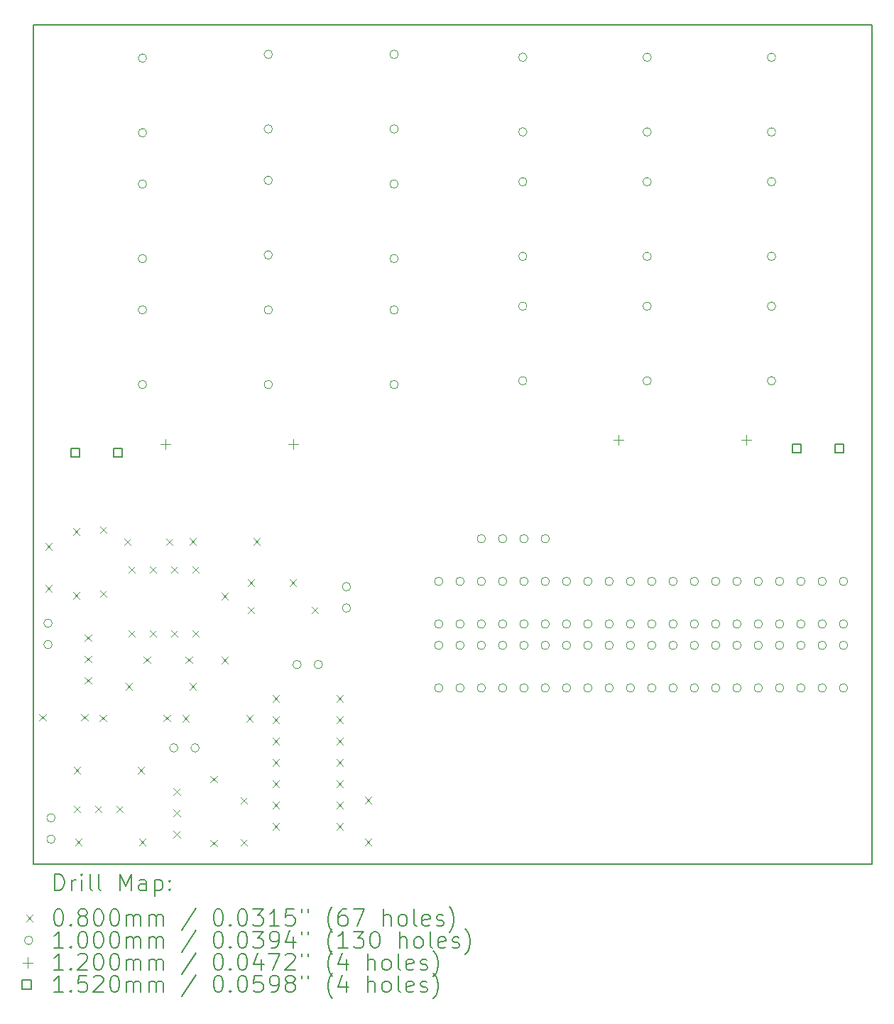
<source format=gbr>
%TF.GenerationSoftware,KiCad,Pcbnew,7.0.11+dfsg-1build4*%
%TF.CreationDate,2025-11-16T19:22:08-06:00*%
%TF.ProjectId,AdapterBoard,41646170-7465-4724-926f-6172642e6b69,rev?*%
%TF.SameCoordinates,Original*%
%TF.FileFunction,Drillmap*%
%TF.FilePolarity,Positive*%
%FSLAX45Y45*%
G04 Gerber Fmt 4.5, Leading zero omitted, Abs format (unit mm)*
G04 Created by KiCad (PCBNEW 7.0.11+dfsg-1build4) date 2025-11-16 19:22:08*
%MOMM*%
%LPD*%
G01*
G04 APERTURE LIST*
%ADD10C,0.150000*%
%ADD11C,0.200000*%
%ADD12C,0.100000*%
%ADD13C,0.120000*%
%ADD14C,0.152000*%
G04 APERTURE END LIST*
D10*
X13000000Y-3000000D02*
X13000000Y-13000000D01*
X3000000Y-3000000D02*
X13000000Y-3000000D01*
X13000000Y-13000000D02*
X3000000Y-13000000D01*
X3000000Y-13000000D02*
X3000000Y-3000000D01*
D11*
D12*
X3070000Y-11216000D02*
X3150000Y-11296000D01*
X3150000Y-11216000D02*
X3070000Y-11296000D01*
X3139000Y-9179000D02*
X3219000Y-9259000D01*
X3219000Y-9179000D02*
X3139000Y-9259000D01*
X3139000Y-9679000D02*
X3219000Y-9759000D01*
X3219000Y-9679000D02*
X3139000Y-9759000D01*
X3473000Y-8999000D02*
X3553000Y-9079000D01*
X3553000Y-8999000D02*
X3473000Y-9079000D01*
X3473000Y-9761000D02*
X3553000Y-9841000D01*
X3553000Y-9761000D02*
X3473000Y-9841000D01*
X3478000Y-11844000D02*
X3558000Y-11924000D01*
X3558000Y-11844000D02*
X3478000Y-11924000D01*
X3482000Y-12307000D02*
X3562000Y-12387000D01*
X3562000Y-12307000D02*
X3482000Y-12387000D01*
X3497000Y-12700000D02*
X3577000Y-12780000D01*
X3577000Y-12700000D02*
X3497000Y-12780000D01*
X3570000Y-11216000D02*
X3650000Y-11296000D01*
X3650000Y-11216000D02*
X3570000Y-11296000D01*
X3611000Y-10264000D02*
X3691000Y-10344000D01*
X3691000Y-10264000D02*
X3611000Y-10344000D01*
X3611000Y-10518000D02*
X3691000Y-10598000D01*
X3691000Y-10518000D02*
X3611000Y-10598000D01*
X3611000Y-10772000D02*
X3691000Y-10852000D01*
X3691000Y-10772000D02*
X3611000Y-10852000D01*
X3736000Y-12307000D02*
X3816000Y-12387000D01*
X3816000Y-12307000D02*
X3736000Y-12387000D01*
X3790000Y-11222000D02*
X3870000Y-11302000D01*
X3870000Y-11222000D02*
X3790000Y-11302000D01*
X3795400Y-8977000D02*
X3875400Y-9057000D01*
X3875400Y-8977000D02*
X3795400Y-9057000D01*
X3795400Y-9739000D02*
X3875400Y-9819000D01*
X3875400Y-9739000D02*
X3795400Y-9819000D01*
X3990000Y-12307000D02*
X4070000Y-12387000D01*
X4070000Y-12307000D02*
X3990000Y-12387000D01*
X4082000Y-9123000D02*
X4162000Y-9203000D01*
X4162000Y-9123000D02*
X4082000Y-9203000D01*
X4099000Y-10847000D02*
X4179000Y-10927000D01*
X4179000Y-10847000D02*
X4099000Y-10927000D01*
X4134000Y-9454000D02*
X4214000Y-9534000D01*
X4214000Y-9454000D02*
X4134000Y-9534000D01*
X4134000Y-10216000D02*
X4214000Y-10296000D01*
X4214000Y-10216000D02*
X4134000Y-10296000D01*
X4240000Y-11844000D02*
X4320000Y-11924000D01*
X4320000Y-11844000D02*
X4240000Y-11924000D01*
X4259000Y-12700000D02*
X4339000Y-12780000D01*
X4339000Y-12700000D02*
X4259000Y-12780000D01*
X4312000Y-10529000D02*
X4392000Y-10609000D01*
X4392000Y-10529000D02*
X4312000Y-10609000D01*
X4388000Y-9454000D02*
X4468000Y-9534000D01*
X4468000Y-9454000D02*
X4388000Y-9534000D01*
X4388000Y-10216000D02*
X4468000Y-10296000D01*
X4468000Y-10216000D02*
X4388000Y-10296000D01*
X4552000Y-11222000D02*
X4632000Y-11302000D01*
X4632000Y-11222000D02*
X4552000Y-11302000D01*
X4582000Y-9123000D02*
X4662000Y-9203000D01*
X4662000Y-9123000D02*
X4582000Y-9203000D01*
X4642000Y-9454000D02*
X4722000Y-9534000D01*
X4722000Y-9454000D02*
X4642000Y-9534000D01*
X4642000Y-10216000D02*
X4722000Y-10296000D01*
X4722000Y-10216000D02*
X4642000Y-10296000D01*
X4670000Y-12098000D02*
X4750000Y-12178000D01*
X4750000Y-12098000D02*
X4670000Y-12178000D01*
X4670000Y-12352000D02*
X4750000Y-12432000D01*
X4750000Y-12352000D02*
X4670000Y-12432000D01*
X4670000Y-12606000D02*
X4750000Y-12686000D01*
X4750000Y-12606000D02*
X4670000Y-12686000D01*
X4775000Y-11229000D02*
X4855000Y-11309000D01*
X4855000Y-11229000D02*
X4775000Y-11309000D01*
X4812000Y-10529000D02*
X4892000Y-10609000D01*
X4892000Y-10529000D02*
X4812000Y-10609000D01*
X4859000Y-9118000D02*
X4939000Y-9198000D01*
X4939000Y-9118000D02*
X4859000Y-9198000D01*
X4861000Y-10847000D02*
X4941000Y-10927000D01*
X4941000Y-10847000D02*
X4861000Y-10927000D01*
X4896000Y-9454000D02*
X4976000Y-9534000D01*
X4976000Y-9454000D02*
X4896000Y-9534000D01*
X4896000Y-10216000D02*
X4976000Y-10296000D01*
X4976000Y-10216000D02*
X4896000Y-10296000D01*
X5109000Y-11952000D02*
X5189000Y-12032000D01*
X5189000Y-11952000D02*
X5109000Y-12032000D01*
X5109000Y-12714000D02*
X5189000Y-12794000D01*
X5189000Y-12714000D02*
X5109000Y-12794000D01*
X5240000Y-9770000D02*
X5320000Y-9850000D01*
X5320000Y-9770000D02*
X5240000Y-9850000D01*
X5240000Y-10532000D02*
X5320000Y-10612000D01*
X5320000Y-10532000D02*
X5240000Y-10612000D01*
X5470000Y-12204000D02*
X5550000Y-12284000D01*
X5550000Y-12204000D02*
X5470000Y-12284000D01*
X5470000Y-12704000D02*
X5550000Y-12784000D01*
X5550000Y-12704000D02*
X5470000Y-12784000D01*
X5537000Y-11229000D02*
X5617000Y-11309000D01*
X5617000Y-11229000D02*
X5537000Y-11309000D01*
X5552000Y-9611000D02*
X5632000Y-9691000D01*
X5632000Y-9611000D02*
X5552000Y-9691000D01*
X5552000Y-9936000D02*
X5632000Y-10016000D01*
X5632000Y-9936000D02*
X5552000Y-10016000D01*
X5621000Y-9118000D02*
X5701000Y-9198000D01*
X5701000Y-9118000D02*
X5621000Y-9198000D01*
X5851000Y-10992000D02*
X5931000Y-11072000D01*
X5931000Y-10992000D02*
X5851000Y-11072000D01*
X5851000Y-11246000D02*
X5931000Y-11326000D01*
X5931000Y-11246000D02*
X5851000Y-11326000D01*
X5851000Y-11500000D02*
X5931000Y-11580000D01*
X5931000Y-11500000D02*
X5851000Y-11580000D01*
X5851000Y-11754000D02*
X5931000Y-11834000D01*
X5931000Y-11754000D02*
X5851000Y-11834000D01*
X5851000Y-12008000D02*
X5931000Y-12088000D01*
X5931000Y-12008000D02*
X5851000Y-12088000D01*
X5851000Y-12262000D02*
X5931000Y-12342000D01*
X5931000Y-12262000D02*
X5851000Y-12342000D01*
X5851000Y-12516000D02*
X5931000Y-12596000D01*
X5931000Y-12516000D02*
X5851000Y-12596000D01*
X6052000Y-9611000D02*
X6132000Y-9691000D01*
X6132000Y-9611000D02*
X6052000Y-9691000D01*
X6314000Y-9936000D02*
X6394000Y-10016000D01*
X6394000Y-9936000D02*
X6314000Y-10016000D01*
X6613000Y-10992000D02*
X6693000Y-11072000D01*
X6693000Y-10992000D02*
X6613000Y-11072000D01*
X6613000Y-11246000D02*
X6693000Y-11326000D01*
X6693000Y-11246000D02*
X6613000Y-11326000D01*
X6613000Y-11500000D02*
X6693000Y-11580000D01*
X6693000Y-11500000D02*
X6613000Y-11580000D01*
X6613000Y-11754000D02*
X6693000Y-11834000D01*
X6693000Y-11754000D02*
X6613000Y-11834000D01*
X6613000Y-12008000D02*
X6693000Y-12088000D01*
X6693000Y-12008000D02*
X6613000Y-12088000D01*
X6613000Y-12262000D02*
X6693000Y-12342000D01*
X6693000Y-12262000D02*
X6613000Y-12342000D01*
X6613000Y-12516000D02*
X6693000Y-12596000D01*
X6693000Y-12516000D02*
X6613000Y-12596000D01*
X6953000Y-12201000D02*
X7033000Y-12281000D01*
X7033000Y-12201000D02*
X6953000Y-12281000D01*
X6953000Y-12701000D02*
X7033000Y-12781000D01*
X7033000Y-12701000D02*
X6953000Y-12781000D01*
X3224000Y-10133500D02*
G75*
G03*
X3124000Y-10133500I-50000J0D01*
G01*
X3124000Y-10133500D02*
G75*
G03*
X3224000Y-10133500I50000J0D01*
G01*
X3224000Y-10387500D02*
G75*
G03*
X3124000Y-10387500I-50000J0D01*
G01*
X3124000Y-10387500D02*
G75*
G03*
X3224000Y-10387500I50000J0D01*
G01*
X3259000Y-12451000D02*
G75*
G03*
X3159000Y-12451000I-50000J0D01*
G01*
X3159000Y-12451000D02*
G75*
G03*
X3259000Y-12451000I50000J0D01*
G01*
X3259000Y-12705000D02*
G75*
G03*
X3159000Y-12705000I-50000J0D01*
G01*
X3159000Y-12705000D02*
G75*
G03*
X3259000Y-12705000I50000J0D01*
G01*
X4350000Y-3400000D02*
G75*
G03*
X4250000Y-3400000I-50000J0D01*
G01*
X4250000Y-3400000D02*
G75*
G03*
X4350000Y-3400000I50000J0D01*
G01*
X4350000Y-4289000D02*
G75*
G03*
X4250000Y-4289000I-50000J0D01*
G01*
X4250000Y-4289000D02*
G75*
G03*
X4350000Y-4289000I50000J0D01*
G01*
X4350000Y-4900000D02*
G75*
G03*
X4250000Y-4900000I-50000J0D01*
G01*
X4250000Y-4900000D02*
G75*
G03*
X4350000Y-4900000I50000J0D01*
G01*
X4350000Y-5789000D02*
G75*
G03*
X4250000Y-5789000I-50000J0D01*
G01*
X4250000Y-5789000D02*
G75*
G03*
X4350000Y-5789000I50000J0D01*
G01*
X4350000Y-6400000D02*
G75*
G03*
X4250000Y-6400000I-50000J0D01*
G01*
X4250000Y-6400000D02*
G75*
G03*
X4350000Y-6400000I50000J0D01*
G01*
X4350000Y-7289000D02*
G75*
G03*
X4250000Y-7289000I-50000J0D01*
G01*
X4250000Y-7289000D02*
G75*
G03*
X4350000Y-7289000I50000J0D01*
G01*
X4723000Y-11618000D02*
G75*
G03*
X4623000Y-11618000I-50000J0D01*
G01*
X4623000Y-11618000D02*
G75*
G03*
X4723000Y-11618000I50000J0D01*
G01*
X4977000Y-11618000D02*
G75*
G03*
X4877000Y-11618000I-50000J0D01*
G01*
X4877000Y-11618000D02*
G75*
G03*
X4977000Y-11618000I50000J0D01*
G01*
X5850000Y-3355500D02*
G75*
G03*
X5750000Y-3355500I-50000J0D01*
G01*
X5750000Y-3355500D02*
G75*
G03*
X5850000Y-3355500I50000J0D01*
G01*
X5850000Y-4244500D02*
G75*
G03*
X5750000Y-4244500I-50000J0D01*
G01*
X5750000Y-4244500D02*
G75*
G03*
X5850000Y-4244500I50000J0D01*
G01*
X5850000Y-4855500D02*
G75*
G03*
X5750000Y-4855500I-50000J0D01*
G01*
X5750000Y-4855500D02*
G75*
G03*
X5850000Y-4855500I50000J0D01*
G01*
X5850000Y-5744500D02*
G75*
G03*
X5750000Y-5744500I-50000J0D01*
G01*
X5750000Y-5744500D02*
G75*
G03*
X5850000Y-5744500I50000J0D01*
G01*
X5850000Y-6400000D02*
G75*
G03*
X5750000Y-6400000I-50000J0D01*
G01*
X5750000Y-6400000D02*
G75*
G03*
X5850000Y-6400000I50000J0D01*
G01*
X5850000Y-7289000D02*
G75*
G03*
X5750000Y-7289000I-50000J0D01*
G01*
X5750000Y-7289000D02*
G75*
G03*
X5850000Y-7289000I50000J0D01*
G01*
X6193000Y-10625000D02*
G75*
G03*
X6093000Y-10625000I-50000J0D01*
G01*
X6093000Y-10625000D02*
G75*
G03*
X6193000Y-10625000I50000J0D01*
G01*
X6447000Y-10625000D02*
G75*
G03*
X6347000Y-10625000I-50000J0D01*
G01*
X6347000Y-10625000D02*
G75*
G03*
X6447000Y-10625000I50000J0D01*
G01*
X6782000Y-9698000D02*
G75*
G03*
X6682000Y-9698000I-50000J0D01*
G01*
X6682000Y-9698000D02*
G75*
G03*
X6782000Y-9698000I50000J0D01*
G01*
X6782000Y-9952000D02*
G75*
G03*
X6682000Y-9952000I-50000J0D01*
G01*
X6682000Y-9952000D02*
G75*
G03*
X6782000Y-9952000I50000J0D01*
G01*
X7350000Y-3355500D02*
G75*
G03*
X7250000Y-3355500I-50000J0D01*
G01*
X7250000Y-3355500D02*
G75*
G03*
X7350000Y-3355500I50000J0D01*
G01*
X7350000Y-4244500D02*
G75*
G03*
X7250000Y-4244500I-50000J0D01*
G01*
X7250000Y-4244500D02*
G75*
G03*
X7350000Y-4244500I50000J0D01*
G01*
X7350000Y-4900000D02*
G75*
G03*
X7250000Y-4900000I-50000J0D01*
G01*
X7250000Y-4900000D02*
G75*
G03*
X7350000Y-4900000I50000J0D01*
G01*
X7350000Y-5789000D02*
G75*
G03*
X7250000Y-5789000I-50000J0D01*
G01*
X7250000Y-5789000D02*
G75*
G03*
X7350000Y-5789000I50000J0D01*
G01*
X7350000Y-6400000D02*
G75*
G03*
X7250000Y-6400000I-50000J0D01*
G01*
X7250000Y-6400000D02*
G75*
G03*
X7350000Y-6400000I50000J0D01*
G01*
X7350000Y-7289000D02*
G75*
G03*
X7250000Y-7289000I-50000J0D01*
G01*
X7250000Y-7289000D02*
G75*
G03*
X7350000Y-7289000I50000J0D01*
G01*
X7882000Y-9634000D02*
G75*
G03*
X7782000Y-9634000I-50000J0D01*
G01*
X7782000Y-9634000D02*
G75*
G03*
X7882000Y-9634000I50000J0D01*
G01*
X7882000Y-10142000D02*
G75*
G03*
X7782000Y-10142000I-50000J0D01*
G01*
X7782000Y-10142000D02*
G75*
G03*
X7882000Y-10142000I50000J0D01*
G01*
X7882000Y-10396000D02*
G75*
G03*
X7782000Y-10396000I-50000J0D01*
G01*
X7782000Y-10396000D02*
G75*
G03*
X7882000Y-10396000I50000J0D01*
G01*
X7882000Y-10904000D02*
G75*
G03*
X7782000Y-10904000I-50000J0D01*
G01*
X7782000Y-10904000D02*
G75*
G03*
X7882000Y-10904000I50000J0D01*
G01*
X8136000Y-9634000D02*
G75*
G03*
X8036000Y-9634000I-50000J0D01*
G01*
X8036000Y-9634000D02*
G75*
G03*
X8136000Y-9634000I50000J0D01*
G01*
X8136000Y-10142000D02*
G75*
G03*
X8036000Y-10142000I-50000J0D01*
G01*
X8036000Y-10142000D02*
G75*
G03*
X8136000Y-10142000I50000J0D01*
G01*
X8136000Y-10396000D02*
G75*
G03*
X8036000Y-10396000I-50000J0D01*
G01*
X8036000Y-10396000D02*
G75*
G03*
X8136000Y-10396000I50000J0D01*
G01*
X8136000Y-10904000D02*
G75*
G03*
X8036000Y-10904000I-50000J0D01*
G01*
X8036000Y-10904000D02*
G75*
G03*
X8136000Y-10904000I50000J0D01*
G01*
X8390000Y-9126000D02*
G75*
G03*
X8290000Y-9126000I-50000J0D01*
G01*
X8290000Y-9126000D02*
G75*
G03*
X8390000Y-9126000I50000J0D01*
G01*
X8390000Y-9634000D02*
G75*
G03*
X8290000Y-9634000I-50000J0D01*
G01*
X8290000Y-9634000D02*
G75*
G03*
X8390000Y-9634000I50000J0D01*
G01*
X8390000Y-10142000D02*
G75*
G03*
X8290000Y-10142000I-50000J0D01*
G01*
X8290000Y-10142000D02*
G75*
G03*
X8390000Y-10142000I50000J0D01*
G01*
X8390000Y-10396000D02*
G75*
G03*
X8290000Y-10396000I-50000J0D01*
G01*
X8290000Y-10396000D02*
G75*
G03*
X8390000Y-10396000I50000J0D01*
G01*
X8390000Y-10904000D02*
G75*
G03*
X8290000Y-10904000I-50000J0D01*
G01*
X8290000Y-10904000D02*
G75*
G03*
X8390000Y-10904000I50000J0D01*
G01*
X8644000Y-9126000D02*
G75*
G03*
X8544000Y-9126000I-50000J0D01*
G01*
X8544000Y-9126000D02*
G75*
G03*
X8644000Y-9126000I50000J0D01*
G01*
X8644000Y-9634000D02*
G75*
G03*
X8544000Y-9634000I-50000J0D01*
G01*
X8544000Y-9634000D02*
G75*
G03*
X8644000Y-9634000I50000J0D01*
G01*
X8644000Y-10142000D02*
G75*
G03*
X8544000Y-10142000I-50000J0D01*
G01*
X8544000Y-10142000D02*
G75*
G03*
X8644000Y-10142000I50000J0D01*
G01*
X8644000Y-10396000D02*
G75*
G03*
X8544000Y-10396000I-50000J0D01*
G01*
X8544000Y-10396000D02*
G75*
G03*
X8644000Y-10396000I50000J0D01*
G01*
X8644000Y-10904000D02*
G75*
G03*
X8544000Y-10904000I-50000J0D01*
G01*
X8544000Y-10904000D02*
G75*
G03*
X8644000Y-10904000I50000J0D01*
G01*
X8884336Y-3389836D02*
G75*
G03*
X8784336Y-3389836I-50000J0D01*
G01*
X8784336Y-3389836D02*
G75*
G03*
X8884336Y-3389836I50000J0D01*
G01*
X8884336Y-4278836D02*
G75*
G03*
X8784336Y-4278836I-50000J0D01*
G01*
X8784336Y-4278836D02*
G75*
G03*
X8884336Y-4278836I50000J0D01*
G01*
X8884336Y-4872668D02*
G75*
G03*
X8784336Y-4872668I-50000J0D01*
G01*
X8784336Y-4872668D02*
G75*
G03*
X8884336Y-4872668I50000J0D01*
G01*
X8884336Y-5761668D02*
G75*
G03*
X8784336Y-5761668I-50000J0D01*
G01*
X8784336Y-5761668D02*
G75*
G03*
X8884336Y-5761668I50000J0D01*
G01*
X8884336Y-6355500D02*
G75*
G03*
X8784336Y-6355500I-50000J0D01*
G01*
X8784336Y-6355500D02*
G75*
G03*
X8884336Y-6355500I50000J0D01*
G01*
X8884336Y-7244500D02*
G75*
G03*
X8784336Y-7244500I-50000J0D01*
G01*
X8784336Y-7244500D02*
G75*
G03*
X8884336Y-7244500I50000J0D01*
G01*
X8898000Y-9126000D02*
G75*
G03*
X8798000Y-9126000I-50000J0D01*
G01*
X8798000Y-9126000D02*
G75*
G03*
X8898000Y-9126000I50000J0D01*
G01*
X8898000Y-9634000D02*
G75*
G03*
X8798000Y-9634000I-50000J0D01*
G01*
X8798000Y-9634000D02*
G75*
G03*
X8898000Y-9634000I50000J0D01*
G01*
X8898000Y-10142000D02*
G75*
G03*
X8798000Y-10142000I-50000J0D01*
G01*
X8798000Y-10142000D02*
G75*
G03*
X8898000Y-10142000I50000J0D01*
G01*
X8898000Y-10396000D02*
G75*
G03*
X8798000Y-10396000I-50000J0D01*
G01*
X8798000Y-10396000D02*
G75*
G03*
X8898000Y-10396000I50000J0D01*
G01*
X8898000Y-10904000D02*
G75*
G03*
X8798000Y-10904000I-50000J0D01*
G01*
X8798000Y-10904000D02*
G75*
G03*
X8898000Y-10904000I50000J0D01*
G01*
X9152000Y-9126000D02*
G75*
G03*
X9052000Y-9126000I-50000J0D01*
G01*
X9052000Y-9126000D02*
G75*
G03*
X9152000Y-9126000I50000J0D01*
G01*
X9152000Y-9634000D02*
G75*
G03*
X9052000Y-9634000I-50000J0D01*
G01*
X9052000Y-9634000D02*
G75*
G03*
X9152000Y-9634000I50000J0D01*
G01*
X9152000Y-10142000D02*
G75*
G03*
X9052000Y-10142000I-50000J0D01*
G01*
X9052000Y-10142000D02*
G75*
G03*
X9152000Y-10142000I50000J0D01*
G01*
X9152000Y-10396000D02*
G75*
G03*
X9052000Y-10396000I-50000J0D01*
G01*
X9052000Y-10396000D02*
G75*
G03*
X9152000Y-10396000I50000J0D01*
G01*
X9152000Y-10904000D02*
G75*
G03*
X9052000Y-10904000I-50000J0D01*
G01*
X9052000Y-10904000D02*
G75*
G03*
X9152000Y-10904000I50000J0D01*
G01*
X9406000Y-9634000D02*
G75*
G03*
X9306000Y-9634000I-50000J0D01*
G01*
X9306000Y-9634000D02*
G75*
G03*
X9406000Y-9634000I50000J0D01*
G01*
X9406000Y-10142000D02*
G75*
G03*
X9306000Y-10142000I-50000J0D01*
G01*
X9306000Y-10142000D02*
G75*
G03*
X9406000Y-10142000I50000J0D01*
G01*
X9406000Y-10396000D02*
G75*
G03*
X9306000Y-10396000I-50000J0D01*
G01*
X9306000Y-10396000D02*
G75*
G03*
X9406000Y-10396000I50000J0D01*
G01*
X9406000Y-10904000D02*
G75*
G03*
X9306000Y-10904000I-50000J0D01*
G01*
X9306000Y-10904000D02*
G75*
G03*
X9406000Y-10904000I50000J0D01*
G01*
X9660000Y-9634000D02*
G75*
G03*
X9560000Y-9634000I-50000J0D01*
G01*
X9560000Y-9634000D02*
G75*
G03*
X9660000Y-9634000I50000J0D01*
G01*
X9660000Y-10142000D02*
G75*
G03*
X9560000Y-10142000I-50000J0D01*
G01*
X9560000Y-10142000D02*
G75*
G03*
X9660000Y-10142000I50000J0D01*
G01*
X9660000Y-10396000D02*
G75*
G03*
X9560000Y-10396000I-50000J0D01*
G01*
X9560000Y-10396000D02*
G75*
G03*
X9660000Y-10396000I50000J0D01*
G01*
X9660000Y-10904000D02*
G75*
G03*
X9560000Y-10904000I-50000J0D01*
G01*
X9560000Y-10904000D02*
G75*
G03*
X9660000Y-10904000I50000J0D01*
G01*
X9914000Y-9634000D02*
G75*
G03*
X9814000Y-9634000I-50000J0D01*
G01*
X9814000Y-9634000D02*
G75*
G03*
X9914000Y-9634000I50000J0D01*
G01*
X9914000Y-10142000D02*
G75*
G03*
X9814000Y-10142000I-50000J0D01*
G01*
X9814000Y-10142000D02*
G75*
G03*
X9914000Y-10142000I50000J0D01*
G01*
X9914000Y-10396000D02*
G75*
G03*
X9814000Y-10396000I-50000J0D01*
G01*
X9814000Y-10396000D02*
G75*
G03*
X9914000Y-10396000I50000J0D01*
G01*
X9914000Y-10904000D02*
G75*
G03*
X9814000Y-10904000I-50000J0D01*
G01*
X9814000Y-10904000D02*
G75*
G03*
X9914000Y-10904000I50000J0D01*
G01*
X10168000Y-9634000D02*
G75*
G03*
X10068000Y-9634000I-50000J0D01*
G01*
X10068000Y-9634000D02*
G75*
G03*
X10168000Y-9634000I50000J0D01*
G01*
X10168000Y-10142000D02*
G75*
G03*
X10068000Y-10142000I-50000J0D01*
G01*
X10068000Y-10142000D02*
G75*
G03*
X10168000Y-10142000I50000J0D01*
G01*
X10168000Y-10396000D02*
G75*
G03*
X10068000Y-10396000I-50000J0D01*
G01*
X10068000Y-10396000D02*
G75*
G03*
X10168000Y-10396000I50000J0D01*
G01*
X10168000Y-10904000D02*
G75*
G03*
X10068000Y-10904000I-50000J0D01*
G01*
X10068000Y-10904000D02*
G75*
G03*
X10168000Y-10904000I50000J0D01*
G01*
X10367168Y-3389836D02*
G75*
G03*
X10267168Y-3389836I-50000J0D01*
G01*
X10267168Y-3389836D02*
G75*
G03*
X10367168Y-3389836I50000J0D01*
G01*
X10367168Y-4278836D02*
G75*
G03*
X10267168Y-4278836I-50000J0D01*
G01*
X10267168Y-4278836D02*
G75*
G03*
X10367168Y-4278836I50000J0D01*
G01*
X10367168Y-4872668D02*
G75*
G03*
X10267168Y-4872668I-50000J0D01*
G01*
X10267168Y-4872668D02*
G75*
G03*
X10367168Y-4872668I50000J0D01*
G01*
X10367168Y-5761668D02*
G75*
G03*
X10267168Y-5761668I-50000J0D01*
G01*
X10267168Y-5761668D02*
G75*
G03*
X10367168Y-5761668I50000J0D01*
G01*
X10367168Y-6355500D02*
G75*
G03*
X10267168Y-6355500I-50000J0D01*
G01*
X10267168Y-6355500D02*
G75*
G03*
X10367168Y-6355500I50000J0D01*
G01*
X10367168Y-7244500D02*
G75*
G03*
X10267168Y-7244500I-50000J0D01*
G01*
X10267168Y-7244500D02*
G75*
G03*
X10367168Y-7244500I50000J0D01*
G01*
X10422000Y-9634000D02*
G75*
G03*
X10322000Y-9634000I-50000J0D01*
G01*
X10322000Y-9634000D02*
G75*
G03*
X10422000Y-9634000I50000J0D01*
G01*
X10422000Y-10142000D02*
G75*
G03*
X10322000Y-10142000I-50000J0D01*
G01*
X10322000Y-10142000D02*
G75*
G03*
X10422000Y-10142000I50000J0D01*
G01*
X10422000Y-10396000D02*
G75*
G03*
X10322000Y-10396000I-50000J0D01*
G01*
X10322000Y-10396000D02*
G75*
G03*
X10422000Y-10396000I50000J0D01*
G01*
X10422000Y-10904000D02*
G75*
G03*
X10322000Y-10904000I-50000J0D01*
G01*
X10322000Y-10904000D02*
G75*
G03*
X10422000Y-10904000I50000J0D01*
G01*
X10676000Y-9634000D02*
G75*
G03*
X10576000Y-9634000I-50000J0D01*
G01*
X10576000Y-9634000D02*
G75*
G03*
X10676000Y-9634000I50000J0D01*
G01*
X10676000Y-10142000D02*
G75*
G03*
X10576000Y-10142000I-50000J0D01*
G01*
X10576000Y-10142000D02*
G75*
G03*
X10676000Y-10142000I50000J0D01*
G01*
X10676000Y-10396000D02*
G75*
G03*
X10576000Y-10396000I-50000J0D01*
G01*
X10576000Y-10396000D02*
G75*
G03*
X10676000Y-10396000I50000J0D01*
G01*
X10676000Y-10904000D02*
G75*
G03*
X10576000Y-10904000I-50000J0D01*
G01*
X10576000Y-10904000D02*
G75*
G03*
X10676000Y-10904000I50000J0D01*
G01*
X10930000Y-9634000D02*
G75*
G03*
X10830000Y-9634000I-50000J0D01*
G01*
X10830000Y-9634000D02*
G75*
G03*
X10930000Y-9634000I50000J0D01*
G01*
X10930000Y-10142000D02*
G75*
G03*
X10830000Y-10142000I-50000J0D01*
G01*
X10830000Y-10142000D02*
G75*
G03*
X10930000Y-10142000I50000J0D01*
G01*
X10930000Y-10396000D02*
G75*
G03*
X10830000Y-10396000I-50000J0D01*
G01*
X10830000Y-10396000D02*
G75*
G03*
X10930000Y-10396000I50000J0D01*
G01*
X10930000Y-10904000D02*
G75*
G03*
X10830000Y-10904000I-50000J0D01*
G01*
X10830000Y-10904000D02*
G75*
G03*
X10930000Y-10904000I50000J0D01*
G01*
X11184000Y-9634000D02*
G75*
G03*
X11084000Y-9634000I-50000J0D01*
G01*
X11084000Y-9634000D02*
G75*
G03*
X11184000Y-9634000I50000J0D01*
G01*
X11184000Y-10142000D02*
G75*
G03*
X11084000Y-10142000I-50000J0D01*
G01*
X11084000Y-10142000D02*
G75*
G03*
X11184000Y-10142000I50000J0D01*
G01*
X11184000Y-10396000D02*
G75*
G03*
X11084000Y-10396000I-50000J0D01*
G01*
X11084000Y-10396000D02*
G75*
G03*
X11184000Y-10396000I50000J0D01*
G01*
X11184000Y-10904000D02*
G75*
G03*
X11084000Y-10904000I-50000J0D01*
G01*
X11084000Y-10904000D02*
G75*
G03*
X11184000Y-10904000I50000J0D01*
G01*
X11438000Y-9634000D02*
G75*
G03*
X11338000Y-9634000I-50000J0D01*
G01*
X11338000Y-9634000D02*
G75*
G03*
X11438000Y-9634000I50000J0D01*
G01*
X11438000Y-10142000D02*
G75*
G03*
X11338000Y-10142000I-50000J0D01*
G01*
X11338000Y-10142000D02*
G75*
G03*
X11438000Y-10142000I50000J0D01*
G01*
X11438000Y-10396000D02*
G75*
G03*
X11338000Y-10396000I-50000J0D01*
G01*
X11338000Y-10396000D02*
G75*
G03*
X11438000Y-10396000I50000J0D01*
G01*
X11438000Y-10904000D02*
G75*
G03*
X11338000Y-10904000I-50000J0D01*
G01*
X11338000Y-10904000D02*
G75*
G03*
X11438000Y-10904000I50000J0D01*
G01*
X11692000Y-9634000D02*
G75*
G03*
X11592000Y-9634000I-50000J0D01*
G01*
X11592000Y-9634000D02*
G75*
G03*
X11692000Y-9634000I50000J0D01*
G01*
X11692000Y-10142000D02*
G75*
G03*
X11592000Y-10142000I-50000J0D01*
G01*
X11592000Y-10142000D02*
G75*
G03*
X11692000Y-10142000I50000J0D01*
G01*
X11692000Y-10396000D02*
G75*
G03*
X11592000Y-10396000I-50000J0D01*
G01*
X11592000Y-10396000D02*
G75*
G03*
X11692000Y-10396000I50000J0D01*
G01*
X11692000Y-10904000D02*
G75*
G03*
X11592000Y-10904000I-50000J0D01*
G01*
X11592000Y-10904000D02*
G75*
G03*
X11692000Y-10904000I50000J0D01*
G01*
X11850000Y-3389836D02*
G75*
G03*
X11750000Y-3389836I-50000J0D01*
G01*
X11750000Y-3389836D02*
G75*
G03*
X11850000Y-3389836I50000J0D01*
G01*
X11850000Y-4278836D02*
G75*
G03*
X11750000Y-4278836I-50000J0D01*
G01*
X11750000Y-4278836D02*
G75*
G03*
X11850000Y-4278836I50000J0D01*
G01*
X11850000Y-4872668D02*
G75*
G03*
X11750000Y-4872668I-50000J0D01*
G01*
X11750000Y-4872668D02*
G75*
G03*
X11850000Y-4872668I50000J0D01*
G01*
X11850000Y-5761668D02*
G75*
G03*
X11750000Y-5761668I-50000J0D01*
G01*
X11750000Y-5761668D02*
G75*
G03*
X11850000Y-5761668I50000J0D01*
G01*
X11850000Y-6355500D02*
G75*
G03*
X11750000Y-6355500I-50000J0D01*
G01*
X11750000Y-6355500D02*
G75*
G03*
X11850000Y-6355500I50000J0D01*
G01*
X11850000Y-7244500D02*
G75*
G03*
X11750000Y-7244500I-50000J0D01*
G01*
X11750000Y-7244500D02*
G75*
G03*
X11850000Y-7244500I50000J0D01*
G01*
X11946000Y-9634000D02*
G75*
G03*
X11846000Y-9634000I-50000J0D01*
G01*
X11846000Y-9634000D02*
G75*
G03*
X11946000Y-9634000I50000J0D01*
G01*
X11946000Y-10142000D02*
G75*
G03*
X11846000Y-10142000I-50000J0D01*
G01*
X11846000Y-10142000D02*
G75*
G03*
X11946000Y-10142000I50000J0D01*
G01*
X11946000Y-10396000D02*
G75*
G03*
X11846000Y-10396000I-50000J0D01*
G01*
X11846000Y-10396000D02*
G75*
G03*
X11946000Y-10396000I50000J0D01*
G01*
X11946000Y-10904000D02*
G75*
G03*
X11846000Y-10904000I-50000J0D01*
G01*
X11846000Y-10904000D02*
G75*
G03*
X11946000Y-10904000I50000J0D01*
G01*
X12200000Y-9634000D02*
G75*
G03*
X12100000Y-9634000I-50000J0D01*
G01*
X12100000Y-9634000D02*
G75*
G03*
X12200000Y-9634000I50000J0D01*
G01*
X12200000Y-10142000D02*
G75*
G03*
X12100000Y-10142000I-50000J0D01*
G01*
X12100000Y-10142000D02*
G75*
G03*
X12200000Y-10142000I50000J0D01*
G01*
X12200000Y-10396000D02*
G75*
G03*
X12100000Y-10396000I-50000J0D01*
G01*
X12100000Y-10396000D02*
G75*
G03*
X12200000Y-10396000I50000J0D01*
G01*
X12200000Y-10904000D02*
G75*
G03*
X12100000Y-10904000I-50000J0D01*
G01*
X12100000Y-10904000D02*
G75*
G03*
X12200000Y-10904000I50000J0D01*
G01*
X12454000Y-9634000D02*
G75*
G03*
X12354000Y-9634000I-50000J0D01*
G01*
X12354000Y-9634000D02*
G75*
G03*
X12454000Y-9634000I50000J0D01*
G01*
X12454000Y-10142000D02*
G75*
G03*
X12354000Y-10142000I-50000J0D01*
G01*
X12354000Y-10142000D02*
G75*
G03*
X12454000Y-10142000I50000J0D01*
G01*
X12454000Y-10396000D02*
G75*
G03*
X12354000Y-10396000I-50000J0D01*
G01*
X12354000Y-10396000D02*
G75*
G03*
X12454000Y-10396000I50000J0D01*
G01*
X12454000Y-10904000D02*
G75*
G03*
X12354000Y-10904000I-50000J0D01*
G01*
X12354000Y-10904000D02*
G75*
G03*
X12454000Y-10904000I50000J0D01*
G01*
X12708000Y-9634000D02*
G75*
G03*
X12608000Y-9634000I-50000J0D01*
G01*
X12608000Y-9634000D02*
G75*
G03*
X12708000Y-9634000I50000J0D01*
G01*
X12708000Y-10142000D02*
G75*
G03*
X12608000Y-10142000I-50000J0D01*
G01*
X12608000Y-10142000D02*
G75*
G03*
X12708000Y-10142000I50000J0D01*
G01*
X12708000Y-10396000D02*
G75*
G03*
X12608000Y-10396000I-50000J0D01*
G01*
X12608000Y-10396000D02*
G75*
G03*
X12708000Y-10396000I50000J0D01*
G01*
X12708000Y-10904000D02*
G75*
G03*
X12608000Y-10904000I-50000J0D01*
G01*
X12608000Y-10904000D02*
G75*
G03*
X12708000Y-10904000I50000J0D01*
G01*
D13*
X4576000Y-7940000D02*
X4576000Y-8060000D01*
X4516000Y-8000000D02*
X4636000Y-8000000D01*
X6100000Y-7940000D02*
X6100000Y-8060000D01*
X6040000Y-8000000D02*
X6160000Y-8000000D01*
X9976000Y-7890000D02*
X9976000Y-8010000D01*
X9916000Y-7950000D02*
X10036000Y-7950000D01*
X11500000Y-7890000D02*
X11500000Y-8010000D01*
X11440000Y-7950000D02*
X11560000Y-7950000D01*
D14*
X3553741Y-8153741D02*
X3553741Y-8046259D01*
X3446259Y-8046259D01*
X3446259Y-8153741D01*
X3553741Y-8153741D01*
X4061741Y-8153741D02*
X4061741Y-8046259D01*
X3954259Y-8046259D01*
X3954259Y-8153741D01*
X4061741Y-8153741D01*
X12153741Y-8103741D02*
X12153741Y-7996259D01*
X12046259Y-7996259D01*
X12046259Y-8103741D01*
X12153741Y-8103741D01*
X12661741Y-8103741D02*
X12661741Y-7996259D01*
X12554259Y-7996259D01*
X12554259Y-8103741D01*
X12661741Y-8103741D01*
D11*
X3253277Y-13318984D02*
X3253277Y-13118984D01*
X3253277Y-13118984D02*
X3300896Y-13118984D01*
X3300896Y-13118984D02*
X3329467Y-13128508D01*
X3329467Y-13128508D02*
X3348515Y-13147555D01*
X3348515Y-13147555D02*
X3358039Y-13166603D01*
X3358039Y-13166603D02*
X3367562Y-13204698D01*
X3367562Y-13204698D02*
X3367562Y-13233269D01*
X3367562Y-13233269D02*
X3358039Y-13271365D01*
X3358039Y-13271365D02*
X3348515Y-13290412D01*
X3348515Y-13290412D02*
X3329467Y-13309460D01*
X3329467Y-13309460D02*
X3300896Y-13318984D01*
X3300896Y-13318984D02*
X3253277Y-13318984D01*
X3453277Y-13318984D02*
X3453277Y-13185650D01*
X3453277Y-13223746D02*
X3462801Y-13204698D01*
X3462801Y-13204698D02*
X3472324Y-13195174D01*
X3472324Y-13195174D02*
X3491372Y-13185650D01*
X3491372Y-13185650D02*
X3510420Y-13185650D01*
X3577086Y-13318984D02*
X3577086Y-13185650D01*
X3577086Y-13118984D02*
X3567562Y-13128508D01*
X3567562Y-13128508D02*
X3577086Y-13138031D01*
X3577086Y-13138031D02*
X3586610Y-13128508D01*
X3586610Y-13128508D02*
X3577086Y-13118984D01*
X3577086Y-13118984D02*
X3577086Y-13138031D01*
X3700896Y-13318984D02*
X3681848Y-13309460D01*
X3681848Y-13309460D02*
X3672324Y-13290412D01*
X3672324Y-13290412D02*
X3672324Y-13118984D01*
X3805658Y-13318984D02*
X3786610Y-13309460D01*
X3786610Y-13309460D02*
X3777086Y-13290412D01*
X3777086Y-13290412D02*
X3777086Y-13118984D01*
X4034229Y-13318984D02*
X4034229Y-13118984D01*
X4034229Y-13118984D02*
X4100896Y-13261841D01*
X4100896Y-13261841D02*
X4167562Y-13118984D01*
X4167562Y-13118984D02*
X4167562Y-13318984D01*
X4348515Y-13318984D02*
X4348515Y-13214222D01*
X4348515Y-13214222D02*
X4338991Y-13195174D01*
X4338991Y-13195174D02*
X4319944Y-13185650D01*
X4319944Y-13185650D02*
X4281848Y-13185650D01*
X4281848Y-13185650D02*
X4262801Y-13195174D01*
X4348515Y-13309460D02*
X4329467Y-13318984D01*
X4329467Y-13318984D02*
X4281848Y-13318984D01*
X4281848Y-13318984D02*
X4262801Y-13309460D01*
X4262801Y-13309460D02*
X4253277Y-13290412D01*
X4253277Y-13290412D02*
X4253277Y-13271365D01*
X4253277Y-13271365D02*
X4262801Y-13252317D01*
X4262801Y-13252317D02*
X4281848Y-13242793D01*
X4281848Y-13242793D02*
X4329467Y-13242793D01*
X4329467Y-13242793D02*
X4348515Y-13233269D01*
X4443753Y-13185650D02*
X4443753Y-13385650D01*
X4443753Y-13195174D02*
X4462801Y-13185650D01*
X4462801Y-13185650D02*
X4500896Y-13185650D01*
X4500896Y-13185650D02*
X4519944Y-13195174D01*
X4519944Y-13195174D02*
X4529467Y-13204698D01*
X4529467Y-13204698D02*
X4538991Y-13223746D01*
X4538991Y-13223746D02*
X4538991Y-13280888D01*
X4538991Y-13280888D02*
X4529467Y-13299936D01*
X4529467Y-13299936D02*
X4519944Y-13309460D01*
X4519944Y-13309460D02*
X4500896Y-13318984D01*
X4500896Y-13318984D02*
X4462801Y-13318984D01*
X4462801Y-13318984D02*
X4443753Y-13309460D01*
X4624705Y-13299936D02*
X4634229Y-13309460D01*
X4634229Y-13309460D02*
X4624705Y-13318984D01*
X4624705Y-13318984D02*
X4615182Y-13309460D01*
X4615182Y-13309460D02*
X4624705Y-13299936D01*
X4624705Y-13299936D02*
X4624705Y-13318984D01*
X4624705Y-13195174D02*
X4634229Y-13204698D01*
X4634229Y-13204698D02*
X4624705Y-13214222D01*
X4624705Y-13214222D02*
X4615182Y-13204698D01*
X4615182Y-13204698D02*
X4624705Y-13195174D01*
X4624705Y-13195174D02*
X4624705Y-13214222D01*
D12*
X2912500Y-13607500D02*
X2992500Y-13687500D01*
X2992500Y-13607500D02*
X2912500Y-13687500D01*
D11*
X3291372Y-13538984D02*
X3310420Y-13538984D01*
X3310420Y-13538984D02*
X3329467Y-13548508D01*
X3329467Y-13548508D02*
X3338991Y-13558031D01*
X3338991Y-13558031D02*
X3348515Y-13577079D01*
X3348515Y-13577079D02*
X3358039Y-13615174D01*
X3358039Y-13615174D02*
X3358039Y-13662793D01*
X3358039Y-13662793D02*
X3348515Y-13700888D01*
X3348515Y-13700888D02*
X3338991Y-13719936D01*
X3338991Y-13719936D02*
X3329467Y-13729460D01*
X3329467Y-13729460D02*
X3310420Y-13738984D01*
X3310420Y-13738984D02*
X3291372Y-13738984D01*
X3291372Y-13738984D02*
X3272324Y-13729460D01*
X3272324Y-13729460D02*
X3262801Y-13719936D01*
X3262801Y-13719936D02*
X3253277Y-13700888D01*
X3253277Y-13700888D02*
X3243753Y-13662793D01*
X3243753Y-13662793D02*
X3243753Y-13615174D01*
X3243753Y-13615174D02*
X3253277Y-13577079D01*
X3253277Y-13577079D02*
X3262801Y-13558031D01*
X3262801Y-13558031D02*
X3272324Y-13548508D01*
X3272324Y-13548508D02*
X3291372Y-13538984D01*
X3443753Y-13719936D02*
X3453277Y-13729460D01*
X3453277Y-13729460D02*
X3443753Y-13738984D01*
X3443753Y-13738984D02*
X3434229Y-13729460D01*
X3434229Y-13729460D02*
X3443753Y-13719936D01*
X3443753Y-13719936D02*
X3443753Y-13738984D01*
X3567562Y-13624698D02*
X3548515Y-13615174D01*
X3548515Y-13615174D02*
X3538991Y-13605650D01*
X3538991Y-13605650D02*
X3529467Y-13586603D01*
X3529467Y-13586603D02*
X3529467Y-13577079D01*
X3529467Y-13577079D02*
X3538991Y-13558031D01*
X3538991Y-13558031D02*
X3548515Y-13548508D01*
X3548515Y-13548508D02*
X3567562Y-13538984D01*
X3567562Y-13538984D02*
X3605658Y-13538984D01*
X3605658Y-13538984D02*
X3624705Y-13548508D01*
X3624705Y-13548508D02*
X3634229Y-13558031D01*
X3634229Y-13558031D02*
X3643753Y-13577079D01*
X3643753Y-13577079D02*
X3643753Y-13586603D01*
X3643753Y-13586603D02*
X3634229Y-13605650D01*
X3634229Y-13605650D02*
X3624705Y-13615174D01*
X3624705Y-13615174D02*
X3605658Y-13624698D01*
X3605658Y-13624698D02*
X3567562Y-13624698D01*
X3567562Y-13624698D02*
X3548515Y-13634222D01*
X3548515Y-13634222D02*
X3538991Y-13643746D01*
X3538991Y-13643746D02*
X3529467Y-13662793D01*
X3529467Y-13662793D02*
X3529467Y-13700888D01*
X3529467Y-13700888D02*
X3538991Y-13719936D01*
X3538991Y-13719936D02*
X3548515Y-13729460D01*
X3548515Y-13729460D02*
X3567562Y-13738984D01*
X3567562Y-13738984D02*
X3605658Y-13738984D01*
X3605658Y-13738984D02*
X3624705Y-13729460D01*
X3624705Y-13729460D02*
X3634229Y-13719936D01*
X3634229Y-13719936D02*
X3643753Y-13700888D01*
X3643753Y-13700888D02*
X3643753Y-13662793D01*
X3643753Y-13662793D02*
X3634229Y-13643746D01*
X3634229Y-13643746D02*
X3624705Y-13634222D01*
X3624705Y-13634222D02*
X3605658Y-13624698D01*
X3767562Y-13538984D02*
X3786610Y-13538984D01*
X3786610Y-13538984D02*
X3805658Y-13548508D01*
X3805658Y-13548508D02*
X3815182Y-13558031D01*
X3815182Y-13558031D02*
X3824705Y-13577079D01*
X3824705Y-13577079D02*
X3834229Y-13615174D01*
X3834229Y-13615174D02*
X3834229Y-13662793D01*
X3834229Y-13662793D02*
X3824705Y-13700888D01*
X3824705Y-13700888D02*
X3815182Y-13719936D01*
X3815182Y-13719936D02*
X3805658Y-13729460D01*
X3805658Y-13729460D02*
X3786610Y-13738984D01*
X3786610Y-13738984D02*
X3767562Y-13738984D01*
X3767562Y-13738984D02*
X3748515Y-13729460D01*
X3748515Y-13729460D02*
X3738991Y-13719936D01*
X3738991Y-13719936D02*
X3729467Y-13700888D01*
X3729467Y-13700888D02*
X3719943Y-13662793D01*
X3719943Y-13662793D02*
X3719943Y-13615174D01*
X3719943Y-13615174D02*
X3729467Y-13577079D01*
X3729467Y-13577079D02*
X3738991Y-13558031D01*
X3738991Y-13558031D02*
X3748515Y-13548508D01*
X3748515Y-13548508D02*
X3767562Y-13538984D01*
X3958039Y-13538984D02*
X3977086Y-13538984D01*
X3977086Y-13538984D02*
X3996134Y-13548508D01*
X3996134Y-13548508D02*
X4005658Y-13558031D01*
X4005658Y-13558031D02*
X4015182Y-13577079D01*
X4015182Y-13577079D02*
X4024705Y-13615174D01*
X4024705Y-13615174D02*
X4024705Y-13662793D01*
X4024705Y-13662793D02*
X4015182Y-13700888D01*
X4015182Y-13700888D02*
X4005658Y-13719936D01*
X4005658Y-13719936D02*
X3996134Y-13729460D01*
X3996134Y-13729460D02*
X3977086Y-13738984D01*
X3977086Y-13738984D02*
X3958039Y-13738984D01*
X3958039Y-13738984D02*
X3938991Y-13729460D01*
X3938991Y-13729460D02*
X3929467Y-13719936D01*
X3929467Y-13719936D02*
X3919943Y-13700888D01*
X3919943Y-13700888D02*
X3910420Y-13662793D01*
X3910420Y-13662793D02*
X3910420Y-13615174D01*
X3910420Y-13615174D02*
X3919943Y-13577079D01*
X3919943Y-13577079D02*
X3929467Y-13558031D01*
X3929467Y-13558031D02*
X3938991Y-13548508D01*
X3938991Y-13548508D02*
X3958039Y-13538984D01*
X4110420Y-13738984D02*
X4110420Y-13605650D01*
X4110420Y-13624698D02*
X4119943Y-13615174D01*
X4119943Y-13615174D02*
X4138991Y-13605650D01*
X4138991Y-13605650D02*
X4167563Y-13605650D01*
X4167563Y-13605650D02*
X4186610Y-13615174D01*
X4186610Y-13615174D02*
X4196134Y-13634222D01*
X4196134Y-13634222D02*
X4196134Y-13738984D01*
X4196134Y-13634222D02*
X4205658Y-13615174D01*
X4205658Y-13615174D02*
X4224705Y-13605650D01*
X4224705Y-13605650D02*
X4253277Y-13605650D01*
X4253277Y-13605650D02*
X4272325Y-13615174D01*
X4272325Y-13615174D02*
X4281848Y-13634222D01*
X4281848Y-13634222D02*
X4281848Y-13738984D01*
X4377086Y-13738984D02*
X4377086Y-13605650D01*
X4377086Y-13624698D02*
X4386610Y-13615174D01*
X4386610Y-13615174D02*
X4405658Y-13605650D01*
X4405658Y-13605650D02*
X4434229Y-13605650D01*
X4434229Y-13605650D02*
X4453277Y-13615174D01*
X4453277Y-13615174D02*
X4462801Y-13634222D01*
X4462801Y-13634222D02*
X4462801Y-13738984D01*
X4462801Y-13634222D02*
X4472325Y-13615174D01*
X4472325Y-13615174D02*
X4491372Y-13605650D01*
X4491372Y-13605650D02*
X4519944Y-13605650D01*
X4519944Y-13605650D02*
X4538991Y-13615174D01*
X4538991Y-13615174D02*
X4548515Y-13634222D01*
X4548515Y-13634222D02*
X4548515Y-13738984D01*
X4938991Y-13529460D02*
X4767563Y-13786603D01*
X5196134Y-13538984D02*
X5215182Y-13538984D01*
X5215182Y-13538984D02*
X5234229Y-13548508D01*
X5234229Y-13548508D02*
X5243753Y-13558031D01*
X5243753Y-13558031D02*
X5253277Y-13577079D01*
X5253277Y-13577079D02*
X5262801Y-13615174D01*
X5262801Y-13615174D02*
X5262801Y-13662793D01*
X5262801Y-13662793D02*
X5253277Y-13700888D01*
X5253277Y-13700888D02*
X5243753Y-13719936D01*
X5243753Y-13719936D02*
X5234229Y-13729460D01*
X5234229Y-13729460D02*
X5215182Y-13738984D01*
X5215182Y-13738984D02*
X5196134Y-13738984D01*
X5196134Y-13738984D02*
X5177087Y-13729460D01*
X5177087Y-13729460D02*
X5167563Y-13719936D01*
X5167563Y-13719936D02*
X5158039Y-13700888D01*
X5158039Y-13700888D02*
X5148515Y-13662793D01*
X5148515Y-13662793D02*
X5148515Y-13615174D01*
X5148515Y-13615174D02*
X5158039Y-13577079D01*
X5158039Y-13577079D02*
X5167563Y-13558031D01*
X5167563Y-13558031D02*
X5177087Y-13548508D01*
X5177087Y-13548508D02*
X5196134Y-13538984D01*
X5348515Y-13719936D02*
X5358039Y-13729460D01*
X5358039Y-13729460D02*
X5348515Y-13738984D01*
X5348515Y-13738984D02*
X5338991Y-13729460D01*
X5338991Y-13729460D02*
X5348515Y-13719936D01*
X5348515Y-13719936D02*
X5348515Y-13738984D01*
X5481848Y-13538984D02*
X5500896Y-13538984D01*
X5500896Y-13538984D02*
X5519944Y-13548508D01*
X5519944Y-13548508D02*
X5529468Y-13558031D01*
X5529468Y-13558031D02*
X5538991Y-13577079D01*
X5538991Y-13577079D02*
X5548515Y-13615174D01*
X5548515Y-13615174D02*
X5548515Y-13662793D01*
X5548515Y-13662793D02*
X5538991Y-13700888D01*
X5538991Y-13700888D02*
X5529468Y-13719936D01*
X5529468Y-13719936D02*
X5519944Y-13729460D01*
X5519944Y-13729460D02*
X5500896Y-13738984D01*
X5500896Y-13738984D02*
X5481848Y-13738984D01*
X5481848Y-13738984D02*
X5462801Y-13729460D01*
X5462801Y-13729460D02*
X5453277Y-13719936D01*
X5453277Y-13719936D02*
X5443753Y-13700888D01*
X5443753Y-13700888D02*
X5434229Y-13662793D01*
X5434229Y-13662793D02*
X5434229Y-13615174D01*
X5434229Y-13615174D02*
X5443753Y-13577079D01*
X5443753Y-13577079D02*
X5453277Y-13558031D01*
X5453277Y-13558031D02*
X5462801Y-13548508D01*
X5462801Y-13548508D02*
X5481848Y-13538984D01*
X5615182Y-13538984D02*
X5738991Y-13538984D01*
X5738991Y-13538984D02*
X5672325Y-13615174D01*
X5672325Y-13615174D02*
X5700896Y-13615174D01*
X5700896Y-13615174D02*
X5719944Y-13624698D01*
X5719944Y-13624698D02*
X5729467Y-13634222D01*
X5729467Y-13634222D02*
X5738991Y-13653269D01*
X5738991Y-13653269D02*
X5738991Y-13700888D01*
X5738991Y-13700888D02*
X5729467Y-13719936D01*
X5729467Y-13719936D02*
X5719944Y-13729460D01*
X5719944Y-13729460D02*
X5700896Y-13738984D01*
X5700896Y-13738984D02*
X5643753Y-13738984D01*
X5643753Y-13738984D02*
X5624706Y-13729460D01*
X5624706Y-13729460D02*
X5615182Y-13719936D01*
X5929467Y-13738984D02*
X5815182Y-13738984D01*
X5872325Y-13738984D02*
X5872325Y-13538984D01*
X5872325Y-13538984D02*
X5853277Y-13567555D01*
X5853277Y-13567555D02*
X5834229Y-13586603D01*
X5834229Y-13586603D02*
X5815182Y-13596127D01*
X6110420Y-13538984D02*
X6015182Y-13538984D01*
X6015182Y-13538984D02*
X6005658Y-13634222D01*
X6005658Y-13634222D02*
X6015182Y-13624698D01*
X6015182Y-13624698D02*
X6034229Y-13615174D01*
X6034229Y-13615174D02*
X6081848Y-13615174D01*
X6081848Y-13615174D02*
X6100896Y-13624698D01*
X6100896Y-13624698D02*
X6110420Y-13634222D01*
X6110420Y-13634222D02*
X6119944Y-13653269D01*
X6119944Y-13653269D02*
X6119944Y-13700888D01*
X6119944Y-13700888D02*
X6110420Y-13719936D01*
X6110420Y-13719936D02*
X6100896Y-13729460D01*
X6100896Y-13729460D02*
X6081848Y-13738984D01*
X6081848Y-13738984D02*
X6034229Y-13738984D01*
X6034229Y-13738984D02*
X6015182Y-13729460D01*
X6015182Y-13729460D02*
X6005658Y-13719936D01*
X6196134Y-13538984D02*
X6196134Y-13577079D01*
X6272325Y-13538984D02*
X6272325Y-13577079D01*
X6567563Y-13815174D02*
X6558039Y-13805650D01*
X6558039Y-13805650D02*
X6538991Y-13777079D01*
X6538991Y-13777079D02*
X6529468Y-13758031D01*
X6529468Y-13758031D02*
X6519944Y-13729460D01*
X6519944Y-13729460D02*
X6510420Y-13681841D01*
X6510420Y-13681841D02*
X6510420Y-13643746D01*
X6510420Y-13643746D02*
X6519944Y-13596127D01*
X6519944Y-13596127D02*
X6529468Y-13567555D01*
X6529468Y-13567555D02*
X6538991Y-13548508D01*
X6538991Y-13548508D02*
X6558039Y-13519936D01*
X6558039Y-13519936D02*
X6567563Y-13510412D01*
X6729468Y-13538984D02*
X6691372Y-13538984D01*
X6691372Y-13538984D02*
X6672325Y-13548508D01*
X6672325Y-13548508D02*
X6662801Y-13558031D01*
X6662801Y-13558031D02*
X6643753Y-13586603D01*
X6643753Y-13586603D02*
X6634229Y-13624698D01*
X6634229Y-13624698D02*
X6634229Y-13700888D01*
X6634229Y-13700888D02*
X6643753Y-13719936D01*
X6643753Y-13719936D02*
X6653277Y-13729460D01*
X6653277Y-13729460D02*
X6672325Y-13738984D01*
X6672325Y-13738984D02*
X6710420Y-13738984D01*
X6710420Y-13738984D02*
X6729468Y-13729460D01*
X6729468Y-13729460D02*
X6738991Y-13719936D01*
X6738991Y-13719936D02*
X6748515Y-13700888D01*
X6748515Y-13700888D02*
X6748515Y-13653269D01*
X6748515Y-13653269D02*
X6738991Y-13634222D01*
X6738991Y-13634222D02*
X6729468Y-13624698D01*
X6729468Y-13624698D02*
X6710420Y-13615174D01*
X6710420Y-13615174D02*
X6672325Y-13615174D01*
X6672325Y-13615174D02*
X6653277Y-13624698D01*
X6653277Y-13624698D02*
X6643753Y-13634222D01*
X6643753Y-13634222D02*
X6634229Y-13653269D01*
X6815182Y-13538984D02*
X6948515Y-13538984D01*
X6948515Y-13538984D02*
X6862801Y-13738984D01*
X7177087Y-13738984D02*
X7177087Y-13538984D01*
X7262801Y-13738984D02*
X7262801Y-13634222D01*
X7262801Y-13634222D02*
X7253277Y-13615174D01*
X7253277Y-13615174D02*
X7234230Y-13605650D01*
X7234230Y-13605650D02*
X7205658Y-13605650D01*
X7205658Y-13605650D02*
X7186610Y-13615174D01*
X7186610Y-13615174D02*
X7177087Y-13624698D01*
X7386610Y-13738984D02*
X7367563Y-13729460D01*
X7367563Y-13729460D02*
X7358039Y-13719936D01*
X7358039Y-13719936D02*
X7348515Y-13700888D01*
X7348515Y-13700888D02*
X7348515Y-13643746D01*
X7348515Y-13643746D02*
X7358039Y-13624698D01*
X7358039Y-13624698D02*
X7367563Y-13615174D01*
X7367563Y-13615174D02*
X7386610Y-13605650D01*
X7386610Y-13605650D02*
X7415182Y-13605650D01*
X7415182Y-13605650D02*
X7434230Y-13615174D01*
X7434230Y-13615174D02*
X7443753Y-13624698D01*
X7443753Y-13624698D02*
X7453277Y-13643746D01*
X7453277Y-13643746D02*
X7453277Y-13700888D01*
X7453277Y-13700888D02*
X7443753Y-13719936D01*
X7443753Y-13719936D02*
X7434230Y-13729460D01*
X7434230Y-13729460D02*
X7415182Y-13738984D01*
X7415182Y-13738984D02*
X7386610Y-13738984D01*
X7567563Y-13738984D02*
X7548515Y-13729460D01*
X7548515Y-13729460D02*
X7538991Y-13710412D01*
X7538991Y-13710412D02*
X7538991Y-13538984D01*
X7719944Y-13729460D02*
X7700896Y-13738984D01*
X7700896Y-13738984D02*
X7662801Y-13738984D01*
X7662801Y-13738984D02*
X7643753Y-13729460D01*
X7643753Y-13729460D02*
X7634230Y-13710412D01*
X7634230Y-13710412D02*
X7634230Y-13634222D01*
X7634230Y-13634222D02*
X7643753Y-13615174D01*
X7643753Y-13615174D02*
X7662801Y-13605650D01*
X7662801Y-13605650D02*
X7700896Y-13605650D01*
X7700896Y-13605650D02*
X7719944Y-13615174D01*
X7719944Y-13615174D02*
X7729468Y-13634222D01*
X7729468Y-13634222D02*
X7729468Y-13653269D01*
X7729468Y-13653269D02*
X7634230Y-13672317D01*
X7805658Y-13729460D02*
X7824706Y-13738984D01*
X7824706Y-13738984D02*
X7862801Y-13738984D01*
X7862801Y-13738984D02*
X7881849Y-13729460D01*
X7881849Y-13729460D02*
X7891372Y-13710412D01*
X7891372Y-13710412D02*
X7891372Y-13700888D01*
X7891372Y-13700888D02*
X7881849Y-13681841D01*
X7881849Y-13681841D02*
X7862801Y-13672317D01*
X7862801Y-13672317D02*
X7834230Y-13672317D01*
X7834230Y-13672317D02*
X7815182Y-13662793D01*
X7815182Y-13662793D02*
X7805658Y-13643746D01*
X7805658Y-13643746D02*
X7805658Y-13634222D01*
X7805658Y-13634222D02*
X7815182Y-13615174D01*
X7815182Y-13615174D02*
X7834230Y-13605650D01*
X7834230Y-13605650D02*
X7862801Y-13605650D01*
X7862801Y-13605650D02*
X7881849Y-13615174D01*
X7958039Y-13815174D02*
X7967563Y-13805650D01*
X7967563Y-13805650D02*
X7986611Y-13777079D01*
X7986611Y-13777079D02*
X7996134Y-13758031D01*
X7996134Y-13758031D02*
X8005658Y-13729460D01*
X8005658Y-13729460D02*
X8015182Y-13681841D01*
X8015182Y-13681841D02*
X8015182Y-13643746D01*
X8015182Y-13643746D02*
X8005658Y-13596127D01*
X8005658Y-13596127D02*
X7996134Y-13567555D01*
X7996134Y-13567555D02*
X7986611Y-13548508D01*
X7986611Y-13548508D02*
X7967563Y-13519936D01*
X7967563Y-13519936D02*
X7958039Y-13510412D01*
D12*
X2992500Y-13911500D02*
G75*
G03*
X2892500Y-13911500I-50000J0D01*
G01*
X2892500Y-13911500D02*
G75*
G03*
X2992500Y-13911500I50000J0D01*
G01*
D11*
X3358039Y-14002984D02*
X3243753Y-14002984D01*
X3300896Y-14002984D02*
X3300896Y-13802984D01*
X3300896Y-13802984D02*
X3281848Y-13831555D01*
X3281848Y-13831555D02*
X3262801Y-13850603D01*
X3262801Y-13850603D02*
X3243753Y-13860127D01*
X3443753Y-13983936D02*
X3453277Y-13993460D01*
X3453277Y-13993460D02*
X3443753Y-14002984D01*
X3443753Y-14002984D02*
X3434229Y-13993460D01*
X3434229Y-13993460D02*
X3443753Y-13983936D01*
X3443753Y-13983936D02*
X3443753Y-14002984D01*
X3577086Y-13802984D02*
X3596134Y-13802984D01*
X3596134Y-13802984D02*
X3615182Y-13812508D01*
X3615182Y-13812508D02*
X3624705Y-13822031D01*
X3624705Y-13822031D02*
X3634229Y-13841079D01*
X3634229Y-13841079D02*
X3643753Y-13879174D01*
X3643753Y-13879174D02*
X3643753Y-13926793D01*
X3643753Y-13926793D02*
X3634229Y-13964888D01*
X3634229Y-13964888D02*
X3624705Y-13983936D01*
X3624705Y-13983936D02*
X3615182Y-13993460D01*
X3615182Y-13993460D02*
X3596134Y-14002984D01*
X3596134Y-14002984D02*
X3577086Y-14002984D01*
X3577086Y-14002984D02*
X3558039Y-13993460D01*
X3558039Y-13993460D02*
X3548515Y-13983936D01*
X3548515Y-13983936D02*
X3538991Y-13964888D01*
X3538991Y-13964888D02*
X3529467Y-13926793D01*
X3529467Y-13926793D02*
X3529467Y-13879174D01*
X3529467Y-13879174D02*
X3538991Y-13841079D01*
X3538991Y-13841079D02*
X3548515Y-13822031D01*
X3548515Y-13822031D02*
X3558039Y-13812508D01*
X3558039Y-13812508D02*
X3577086Y-13802984D01*
X3767562Y-13802984D02*
X3786610Y-13802984D01*
X3786610Y-13802984D02*
X3805658Y-13812508D01*
X3805658Y-13812508D02*
X3815182Y-13822031D01*
X3815182Y-13822031D02*
X3824705Y-13841079D01*
X3824705Y-13841079D02*
X3834229Y-13879174D01*
X3834229Y-13879174D02*
X3834229Y-13926793D01*
X3834229Y-13926793D02*
X3824705Y-13964888D01*
X3824705Y-13964888D02*
X3815182Y-13983936D01*
X3815182Y-13983936D02*
X3805658Y-13993460D01*
X3805658Y-13993460D02*
X3786610Y-14002984D01*
X3786610Y-14002984D02*
X3767562Y-14002984D01*
X3767562Y-14002984D02*
X3748515Y-13993460D01*
X3748515Y-13993460D02*
X3738991Y-13983936D01*
X3738991Y-13983936D02*
X3729467Y-13964888D01*
X3729467Y-13964888D02*
X3719943Y-13926793D01*
X3719943Y-13926793D02*
X3719943Y-13879174D01*
X3719943Y-13879174D02*
X3729467Y-13841079D01*
X3729467Y-13841079D02*
X3738991Y-13822031D01*
X3738991Y-13822031D02*
X3748515Y-13812508D01*
X3748515Y-13812508D02*
X3767562Y-13802984D01*
X3958039Y-13802984D02*
X3977086Y-13802984D01*
X3977086Y-13802984D02*
X3996134Y-13812508D01*
X3996134Y-13812508D02*
X4005658Y-13822031D01*
X4005658Y-13822031D02*
X4015182Y-13841079D01*
X4015182Y-13841079D02*
X4024705Y-13879174D01*
X4024705Y-13879174D02*
X4024705Y-13926793D01*
X4024705Y-13926793D02*
X4015182Y-13964888D01*
X4015182Y-13964888D02*
X4005658Y-13983936D01*
X4005658Y-13983936D02*
X3996134Y-13993460D01*
X3996134Y-13993460D02*
X3977086Y-14002984D01*
X3977086Y-14002984D02*
X3958039Y-14002984D01*
X3958039Y-14002984D02*
X3938991Y-13993460D01*
X3938991Y-13993460D02*
X3929467Y-13983936D01*
X3929467Y-13983936D02*
X3919943Y-13964888D01*
X3919943Y-13964888D02*
X3910420Y-13926793D01*
X3910420Y-13926793D02*
X3910420Y-13879174D01*
X3910420Y-13879174D02*
X3919943Y-13841079D01*
X3919943Y-13841079D02*
X3929467Y-13822031D01*
X3929467Y-13822031D02*
X3938991Y-13812508D01*
X3938991Y-13812508D02*
X3958039Y-13802984D01*
X4110420Y-14002984D02*
X4110420Y-13869650D01*
X4110420Y-13888698D02*
X4119943Y-13879174D01*
X4119943Y-13879174D02*
X4138991Y-13869650D01*
X4138991Y-13869650D02*
X4167563Y-13869650D01*
X4167563Y-13869650D02*
X4186610Y-13879174D01*
X4186610Y-13879174D02*
X4196134Y-13898222D01*
X4196134Y-13898222D02*
X4196134Y-14002984D01*
X4196134Y-13898222D02*
X4205658Y-13879174D01*
X4205658Y-13879174D02*
X4224705Y-13869650D01*
X4224705Y-13869650D02*
X4253277Y-13869650D01*
X4253277Y-13869650D02*
X4272325Y-13879174D01*
X4272325Y-13879174D02*
X4281848Y-13898222D01*
X4281848Y-13898222D02*
X4281848Y-14002984D01*
X4377086Y-14002984D02*
X4377086Y-13869650D01*
X4377086Y-13888698D02*
X4386610Y-13879174D01*
X4386610Y-13879174D02*
X4405658Y-13869650D01*
X4405658Y-13869650D02*
X4434229Y-13869650D01*
X4434229Y-13869650D02*
X4453277Y-13879174D01*
X4453277Y-13879174D02*
X4462801Y-13898222D01*
X4462801Y-13898222D02*
X4462801Y-14002984D01*
X4462801Y-13898222D02*
X4472325Y-13879174D01*
X4472325Y-13879174D02*
X4491372Y-13869650D01*
X4491372Y-13869650D02*
X4519944Y-13869650D01*
X4519944Y-13869650D02*
X4538991Y-13879174D01*
X4538991Y-13879174D02*
X4548515Y-13898222D01*
X4548515Y-13898222D02*
X4548515Y-14002984D01*
X4938991Y-13793460D02*
X4767563Y-14050603D01*
X5196134Y-13802984D02*
X5215182Y-13802984D01*
X5215182Y-13802984D02*
X5234229Y-13812508D01*
X5234229Y-13812508D02*
X5243753Y-13822031D01*
X5243753Y-13822031D02*
X5253277Y-13841079D01*
X5253277Y-13841079D02*
X5262801Y-13879174D01*
X5262801Y-13879174D02*
X5262801Y-13926793D01*
X5262801Y-13926793D02*
X5253277Y-13964888D01*
X5253277Y-13964888D02*
X5243753Y-13983936D01*
X5243753Y-13983936D02*
X5234229Y-13993460D01*
X5234229Y-13993460D02*
X5215182Y-14002984D01*
X5215182Y-14002984D02*
X5196134Y-14002984D01*
X5196134Y-14002984D02*
X5177087Y-13993460D01*
X5177087Y-13993460D02*
X5167563Y-13983936D01*
X5167563Y-13983936D02*
X5158039Y-13964888D01*
X5158039Y-13964888D02*
X5148515Y-13926793D01*
X5148515Y-13926793D02*
X5148515Y-13879174D01*
X5148515Y-13879174D02*
X5158039Y-13841079D01*
X5158039Y-13841079D02*
X5167563Y-13822031D01*
X5167563Y-13822031D02*
X5177087Y-13812508D01*
X5177087Y-13812508D02*
X5196134Y-13802984D01*
X5348515Y-13983936D02*
X5358039Y-13993460D01*
X5358039Y-13993460D02*
X5348515Y-14002984D01*
X5348515Y-14002984D02*
X5338991Y-13993460D01*
X5338991Y-13993460D02*
X5348515Y-13983936D01*
X5348515Y-13983936D02*
X5348515Y-14002984D01*
X5481848Y-13802984D02*
X5500896Y-13802984D01*
X5500896Y-13802984D02*
X5519944Y-13812508D01*
X5519944Y-13812508D02*
X5529468Y-13822031D01*
X5529468Y-13822031D02*
X5538991Y-13841079D01*
X5538991Y-13841079D02*
X5548515Y-13879174D01*
X5548515Y-13879174D02*
X5548515Y-13926793D01*
X5548515Y-13926793D02*
X5538991Y-13964888D01*
X5538991Y-13964888D02*
X5529468Y-13983936D01*
X5529468Y-13983936D02*
X5519944Y-13993460D01*
X5519944Y-13993460D02*
X5500896Y-14002984D01*
X5500896Y-14002984D02*
X5481848Y-14002984D01*
X5481848Y-14002984D02*
X5462801Y-13993460D01*
X5462801Y-13993460D02*
X5453277Y-13983936D01*
X5453277Y-13983936D02*
X5443753Y-13964888D01*
X5443753Y-13964888D02*
X5434229Y-13926793D01*
X5434229Y-13926793D02*
X5434229Y-13879174D01*
X5434229Y-13879174D02*
X5443753Y-13841079D01*
X5443753Y-13841079D02*
X5453277Y-13822031D01*
X5453277Y-13822031D02*
X5462801Y-13812508D01*
X5462801Y-13812508D02*
X5481848Y-13802984D01*
X5615182Y-13802984D02*
X5738991Y-13802984D01*
X5738991Y-13802984D02*
X5672325Y-13879174D01*
X5672325Y-13879174D02*
X5700896Y-13879174D01*
X5700896Y-13879174D02*
X5719944Y-13888698D01*
X5719944Y-13888698D02*
X5729467Y-13898222D01*
X5729467Y-13898222D02*
X5738991Y-13917269D01*
X5738991Y-13917269D02*
X5738991Y-13964888D01*
X5738991Y-13964888D02*
X5729467Y-13983936D01*
X5729467Y-13983936D02*
X5719944Y-13993460D01*
X5719944Y-13993460D02*
X5700896Y-14002984D01*
X5700896Y-14002984D02*
X5643753Y-14002984D01*
X5643753Y-14002984D02*
X5624706Y-13993460D01*
X5624706Y-13993460D02*
X5615182Y-13983936D01*
X5834229Y-14002984D02*
X5872325Y-14002984D01*
X5872325Y-14002984D02*
X5891372Y-13993460D01*
X5891372Y-13993460D02*
X5900896Y-13983936D01*
X5900896Y-13983936D02*
X5919944Y-13955365D01*
X5919944Y-13955365D02*
X5929467Y-13917269D01*
X5929467Y-13917269D02*
X5929467Y-13841079D01*
X5929467Y-13841079D02*
X5919944Y-13822031D01*
X5919944Y-13822031D02*
X5910420Y-13812508D01*
X5910420Y-13812508D02*
X5891372Y-13802984D01*
X5891372Y-13802984D02*
X5853277Y-13802984D01*
X5853277Y-13802984D02*
X5834229Y-13812508D01*
X5834229Y-13812508D02*
X5824706Y-13822031D01*
X5824706Y-13822031D02*
X5815182Y-13841079D01*
X5815182Y-13841079D02*
X5815182Y-13888698D01*
X5815182Y-13888698D02*
X5824706Y-13907746D01*
X5824706Y-13907746D02*
X5834229Y-13917269D01*
X5834229Y-13917269D02*
X5853277Y-13926793D01*
X5853277Y-13926793D02*
X5891372Y-13926793D01*
X5891372Y-13926793D02*
X5910420Y-13917269D01*
X5910420Y-13917269D02*
X5919944Y-13907746D01*
X5919944Y-13907746D02*
X5929467Y-13888698D01*
X6100896Y-13869650D02*
X6100896Y-14002984D01*
X6053277Y-13793460D02*
X6005658Y-13936317D01*
X6005658Y-13936317D02*
X6129467Y-13936317D01*
X6196134Y-13802984D02*
X6196134Y-13841079D01*
X6272325Y-13802984D02*
X6272325Y-13841079D01*
X6567563Y-14079174D02*
X6558039Y-14069650D01*
X6558039Y-14069650D02*
X6538991Y-14041079D01*
X6538991Y-14041079D02*
X6529468Y-14022031D01*
X6529468Y-14022031D02*
X6519944Y-13993460D01*
X6519944Y-13993460D02*
X6510420Y-13945841D01*
X6510420Y-13945841D02*
X6510420Y-13907746D01*
X6510420Y-13907746D02*
X6519944Y-13860127D01*
X6519944Y-13860127D02*
X6529468Y-13831555D01*
X6529468Y-13831555D02*
X6538991Y-13812508D01*
X6538991Y-13812508D02*
X6558039Y-13783936D01*
X6558039Y-13783936D02*
X6567563Y-13774412D01*
X6748515Y-14002984D02*
X6634229Y-14002984D01*
X6691372Y-14002984D02*
X6691372Y-13802984D01*
X6691372Y-13802984D02*
X6672325Y-13831555D01*
X6672325Y-13831555D02*
X6653277Y-13850603D01*
X6653277Y-13850603D02*
X6634229Y-13860127D01*
X6815182Y-13802984D02*
X6938991Y-13802984D01*
X6938991Y-13802984D02*
X6872325Y-13879174D01*
X6872325Y-13879174D02*
X6900896Y-13879174D01*
X6900896Y-13879174D02*
X6919944Y-13888698D01*
X6919944Y-13888698D02*
X6929468Y-13898222D01*
X6929468Y-13898222D02*
X6938991Y-13917269D01*
X6938991Y-13917269D02*
X6938991Y-13964888D01*
X6938991Y-13964888D02*
X6929468Y-13983936D01*
X6929468Y-13983936D02*
X6919944Y-13993460D01*
X6919944Y-13993460D02*
X6900896Y-14002984D01*
X6900896Y-14002984D02*
X6843753Y-14002984D01*
X6843753Y-14002984D02*
X6824706Y-13993460D01*
X6824706Y-13993460D02*
X6815182Y-13983936D01*
X7062801Y-13802984D02*
X7081849Y-13802984D01*
X7081849Y-13802984D02*
X7100896Y-13812508D01*
X7100896Y-13812508D02*
X7110420Y-13822031D01*
X7110420Y-13822031D02*
X7119944Y-13841079D01*
X7119944Y-13841079D02*
X7129468Y-13879174D01*
X7129468Y-13879174D02*
X7129468Y-13926793D01*
X7129468Y-13926793D02*
X7119944Y-13964888D01*
X7119944Y-13964888D02*
X7110420Y-13983936D01*
X7110420Y-13983936D02*
X7100896Y-13993460D01*
X7100896Y-13993460D02*
X7081849Y-14002984D01*
X7081849Y-14002984D02*
X7062801Y-14002984D01*
X7062801Y-14002984D02*
X7043753Y-13993460D01*
X7043753Y-13993460D02*
X7034229Y-13983936D01*
X7034229Y-13983936D02*
X7024706Y-13964888D01*
X7024706Y-13964888D02*
X7015182Y-13926793D01*
X7015182Y-13926793D02*
X7015182Y-13879174D01*
X7015182Y-13879174D02*
X7024706Y-13841079D01*
X7024706Y-13841079D02*
X7034229Y-13822031D01*
X7034229Y-13822031D02*
X7043753Y-13812508D01*
X7043753Y-13812508D02*
X7062801Y-13802984D01*
X7367563Y-14002984D02*
X7367563Y-13802984D01*
X7453277Y-14002984D02*
X7453277Y-13898222D01*
X7453277Y-13898222D02*
X7443753Y-13879174D01*
X7443753Y-13879174D02*
X7424706Y-13869650D01*
X7424706Y-13869650D02*
X7396134Y-13869650D01*
X7396134Y-13869650D02*
X7377087Y-13879174D01*
X7377087Y-13879174D02*
X7367563Y-13888698D01*
X7577087Y-14002984D02*
X7558039Y-13993460D01*
X7558039Y-13993460D02*
X7548515Y-13983936D01*
X7548515Y-13983936D02*
X7538991Y-13964888D01*
X7538991Y-13964888D02*
X7538991Y-13907746D01*
X7538991Y-13907746D02*
X7548515Y-13888698D01*
X7548515Y-13888698D02*
X7558039Y-13879174D01*
X7558039Y-13879174D02*
X7577087Y-13869650D01*
X7577087Y-13869650D02*
X7605658Y-13869650D01*
X7605658Y-13869650D02*
X7624706Y-13879174D01*
X7624706Y-13879174D02*
X7634230Y-13888698D01*
X7634230Y-13888698D02*
X7643753Y-13907746D01*
X7643753Y-13907746D02*
X7643753Y-13964888D01*
X7643753Y-13964888D02*
X7634230Y-13983936D01*
X7634230Y-13983936D02*
X7624706Y-13993460D01*
X7624706Y-13993460D02*
X7605658Y-14002984D01*
X7605658Y-14002984D02*
X7577087Y-14002984D01*
X7758039Y-14002984D02*
X7738991Y-13993460D01*
X7738991Y-13993460D02*
X7729468Y-13974412D01*
X7729468Y-13974412D02*
X7729468Y-13802984D01*
X7910420Y-13993460D02*
X7891372Y-14002984D01*
X7891372Y-14002984D02*
X7853277Y-14002984D01*
X7853277Y-14002984D02*
X7834230Y-13993460D01*
X7834230Y-13993460D02*
X7824706Y-13974412D01*
X7824706Y-13974412D02*
X7824706Y-13898222D01*
X7824706Y-13898222D02*
X7834230Y-13879174D01*
X7834230Y-13879174D02*
X7853277Y-13869650D01*
X7853277Y-13869650D02*
X7891372Y-13869650D01*
X7891372Y-13869650D02*
X7910420Y-13879174D01*
X7910420Y-13879174D02*
X7919944Y-13898222D01*
X7919944Y-13898222D02*
X7919944Y-13917269D01*
X7919944Y-13917269D02*
X7824706Y-13936317D01*
X7996134Y-13993460D02*
X8015182Y-14002984D01*
X8015182Y-14002984D02*
X8053277Y-14002984D01*
X8053277Y-14002984D02*
X8072325Y-13993460D01*
X8072325Y-13993460D02*
X8081849Y-13974412D01*
X8081849Y-13974412D02*
X8081849Y-13964888D01*
X8081849Y-13964888D02*
X8072325Y-13945841D01*
X8072325Y-13945841D02*
X8053277Y-13936317D01*
X8053277Y-13936317D02*
X8024706Y-13936317D01*
X8024706Y-13936317D02*
X8005658Y-13926793D01*
X8005658Y-13926793D02*
X7996134Y-13907746D01*
X7996134Y-13907746D02*
X7996134Y-13898222D01*
X7996134Y-13898222D02*
X8005658Y-13879174D01*
X8005658Y-13879174D02*
X8024706Y-13869650D01*
X8024706Y-13869650D02*
X8053277Y-13869650D01*
X8053277Y-13869650D02*
X8072325Y-13879174D01*
X8148515Y-14079174D02*
X8158039Y-14069650D01*
X8158039Y-14069650D02*
X8177087Y-14041079D01*
X8177087Y-14041079D02*
X8186611Y-14022031D01*
X8186611Y-14022031D02*
X8196134Y-13993460D01*
X8196134Y-13993460D02*
X8205658Y-13945841D01*
X8205658Y-13945841D02*
X8205658Y-13907746D01*
X8205658Y-13907746D02*
X8196134Y-13860127D01*
X8196134Y-13860127D02*
X8186611Y-13831555D01*
X8186611Y-13831555D02*
X8177087Y-13812508D01*
X8177087Y-13812508D02*
X8158039Y-13783936D01*
X8158039Y-13783936D02*
X8148515Y-13774412D01*
D13*
X2932500Y-14115500D02*
X2932500Y-14235500D01*
X2872500Y-14175500D02*
X2992500Y-14175500D01*
D11*
X3358039Y-14266984D02*
X3243753Y-14266984D01*
X3300896Y-14266984D02*
X3300896Y-14066984D01*
X3300896Y-14066984D02*
X3281848Y-14095555D01*
X3281848Y-14095555D02*
X3262801Y-14114603D01*
X3262801Y-14114603D02*
X3243753Y-14124127D01*
X3443753Y-14247936D02*
X3453277Y-14257460D01*
X3453277Y-14257460D02*
X3443753Y-14266984D01*
X3443753Y-14266984D02*
X3434229Y-14257460D01*
X3434229Y-14257460D02*
X3443753Y-14247936D01*
X3443753Y-14247936D02*
X3443753Y-14266984D01*
X3529467Y-14086031D02*
X3538991Y-14076508D01*
X3538991Y-14076508D02*
X3558039Y-14066984D01*
X3558039Y-14066984D02*
X3605658Y-14066984D01*
X3605658Y-14066984D02*
X3624705Y-14076508D01*
X3624705Y-14076508D02*
X3634229Y-14086031D01*
X3634229Y-14086031D02*
X3643753Y-14105079D01*
X3643753Y-14105079D02*
X3643753Y-14124127D01*
X3643753Y-14124127D02*
X3634229Y-14152698D01*
X3634229Y-14152698D02*
X3519943Y-14266984D01*
X3519943Y-14266984D02*
X3643753Y-14266984D01*
X3767562Y-14066984D02*
X3786610Y-14066984D01*
X3786610Y-14066984D02*
X3805658Y-14076508D01*
X3805658Y-14076508D02*
X3815182Y-14086031D01*
X3815182Y-14086031D02*
X3824705Y-14105079D01*
X3824705Y-14105079D02*
X3834229Y-14143174D01*
X3834229Y-14143174D02*
X3834229Y-14190793D01*
X3834229Y-14190793D02*
X3824705Y-14228888D01*
X3824705Y-14228888D02*
X3815182Y-14247936D01*
X3815182Y-14247936D02*
X3805658Y-14257460D01*
X3805658Y-14257460D02*
X3786610Y-14266984D01*
X3786610Y-14266984D02*
X3767562Y-14266984D01*
X3767562Y-14266984D02*
X3748515Y-14257460D01*
X3748515Y-14257460D02*
X3738991Y-14247936D01*
X3738991Y-14247936D02*
X3729467Y-14228888D01*
X3729467Y-14228888D02*
X3719943Y-14190793D01*
X3719943Y-14190793D02*
X3719943Y-14143174D01*
X3719943Y-14143174D02*
X3729467Y-14105079D01*
X3729467Y-14105079D02*
X3738991Y-14086031D01*
X3738991Y-14086031D02*
X3748515Y-14076508D01*
X3748515Y-14076508D02*
X3767562Y-14066984D01*
X3958039Y-14066984D02*
X3977086Y-14066984D01*
X3977086Y-14066984D02*
X3996134Y-14076508D01*
X3996134Y-14076508D02*
X4005658Y-14086031D01*
X4005658Y-14086031D02*
X4015182Y-14105079D01*
X4015182Y-14105079D02*
X4024705Y-14143174D01*
X4024705Y-14143174D02*
X4024705Y-14190793D01*
X4024705Y-14190793D02*
X4015182Y-14228888D01*
X4015182Y-14228888D02*
X4005658Y-14247936D01*
X4005658Y-14247936D02*
X3996134Y-14257460D01*
X3996134Y-14257460D02*
X3977086Y-14266984D01*
X3977086Y-14266984D02*
X3958039Y-14266984D01*
X3958039Y-14266984D02*
X3938991Y-14257460D01*
X3938991Y-14257460D02*
X3929467Y-14247936D01*
X3929467Y-14247936D02*
X3919943Y-14228888D01*
X3919943Y-14228888D02*
X3910420Y-14190793D01*
X3910420Y-14190793D02*
X3910420Y-14143174D01*
X3910420Y-14143174D02*
X3919943Y-14105079D01*
X3919943Y-14105079D02*
X3929467Y-14086031D01*
X3929467Y-14086031D02*
X3938991Y-14076508D01*
X3938991Y-14076508D02*
X3958039Y-14066984D01*
X4110420Y-14266984D02*
X4110420Y-14133650D01*
X4110420Y-14152698D02*
X4119943Y-14143174D01*
X4119943Y-14143174D02*
X4138991Y-14133650D01*
X4138991Y-14133650D02*
X4167563Y-14133650D01*
X4167563Y-14133650D02*
X4186610Y-14143174D01*
X4186610Y-14143174D02*
X4196134Y-14162222D01*
X4196134Y-14162222D02*
X4196134Y-14266984D01*
X4196134Y-14162222D02*
X4205658Y-14143174D01*
X4205658Y-14143174D02*
X4224705Y-14133650D01*
X4224705Y-14133650D02*
X4253277Y-14133650D01*
X4253277Y-14133650D02*
X4272325Y-14143174D01*
X4272325Y-14143174D02*
X4281848Y-14162222D01*
X4281848Y-14162222D02*
X4281848Y-14266984D01*
X4377086Y-14266984D02*
X4377086Y-14133650D01*
X4377086Y-14152698D02*
X4386610Y-14143174D01*
X4386610Y-14143174D02*
X4405658Y-14133650D01*
X4405658Y-14133650D02*
X4434229Y-14133650D01*
X4434229Y-14133650D02*
X4453277Y-14143174D01*
X4453277Y-14143174D02*
X4462801Y-14162222D01*
X4462801Y-14162222D02*
X4462801Y-14266984D01*
X4462801Y-14162222D02*
X4472325Y-14143174D01*
X4472325Y-14143174D02*
X4491372Y-14133650D01*
X4491372Y-14133650D02*
X4519944Y-14133650D01*
X4519944Y-14133650D02*
X4538991Y-14143174D01*
X4538991Y-14143174D02*
X4548515Y-14162222D01*
X4548515Y-14162222D02*
X4548515Y-14266984D01*
X4938991Y-14057460D02*
X4767563Y-14314603D01*
X5196134Y-14066984D02*
X5215182Y-14066984D01*
X5215182Y-14066984D02*
X5234229Y-14076508D01*
X5234229Y-14076508D02*
X5243753Y-14086031D01*
X5243753Y-14086031D02*
X5253277Y-14105079D01*
X5253277Y-14105079D02*
X5262801Y-14143174D01*
X5262801Y-14143174D02*
X5262801Y-14190793D01*
X5262801Y-14190793D02*
X5253277Y-14228888D01*
X5253277Y-14228888D02*
X5243753Y-14247936D01*
X5243753Y-14247936D02*
X5234229Y-14257460D01*
X5234229Y-14257460D02*
X5215182Y-14266984D01*
X5215182Y-14266984D02*
X5196134Y-14266984D01*
X5196134Y-14266984D02*
X5177087Y-14257460D01*
X5177087Y-14257460D02*
X5167563Y-14247936D01*
X5167563Y-14247936D02*
X5158039Y-14228888D01*
X5158039Y-14228888D02*
X5148515Y-14190793D01*
X5148515Y-14190793D02*
X5148515Y-14143174D01*
X5148515Y-14143174D02*
X5158039Y-14105079D01*
X5158039Y-14105079D02*
X5167563Y-14086031D01*
X5167563Y-14086031D02*
X5177087Y-14076508D01*
X5177087Y-14076508D02*
X5196134Y-14066984D01*
X5348515Y-14247936D02*
X5358039Y-14257460D01*
X5358039Y-14257460D02*
X5348515Y-14266984D01*
X5348515Y-14266984D02*
X5338991Y-14257460D01*
X5338991Y-14257460D02*
X5348515Y-14247936D01*
X5348515Y-14247936D02*
X5348515Y-14266984D01*
X5481848Y-14066984D02*
X5500896Y-14066984D01*
X5500896Y-14066984D02*
X5519944Y-14076508D01*
X5519944Y-14076508D02*
X5529468Y-14086031D01*
X5529468Y-14086031D02*
X5538991Y-14105079D01*
X5538991Y-14105079D02*
X5548515Y-14143174D01*
X5548515Y-14143174D02*
X5548515Y-14190793D01*
X5548515Y-14190793D02*
X5538991Y-14228888D01*
X5538991Y-14228888D02*
X5529468Y-14247936D01*
X5529468Y-14247936D02*
X5519944Y-14257460D01*
X5519944Y-14257460D02*
X5500896Y-14266984D01*
X5500896Y-14266984D02*
X5481848Y-14266984D01*
X5481848Y-14266984D02*
X5462801Y-14257460D01*
X5462801Y-14257460D02*
X5453277Y-14247936D01*
X5453277Y-14247936D02*
X5443753Y-14228888D01*
X5443753Y-14228888D02*
X5434229Y-14190793D01*
X5434229Y-14190793D02*
X5434229Y-14143174D01*
X5434229Y-14143174D02*
X5443753Y-14105079D01*
X5443753Y-14105079D02*
X5453277Y-14086031D01*
X5453277Y-14086031D02*
X5462801Y-14076508D01*
X5462801Y-14076508D02*
X5481848Y-14066984D01*
X5719944Y-14133650D02*
X5719944Y-14266984D01*
X5672325Y-14057460D02*
X5624706Y-14200317D01*
X5624706Y-14200317D02*
X5748515Y-14200317D01*
X5805658Y-14066984D02*
X5938991Y-14066984D01*
X5938991Y-14066984D02*
X5853277Y-14266984D01*
X6005658Y-14086031D02*
X6015182Y-14076508D01*
X6015182Y-14076508D02*
X6034229Y-14066984D01*
X6034229Y-14066984D02*
X6081848Y-14066984D01*
X6081848Y-14066984D02*
X6100896Y-14076508D01*
X6100896Y-14076508D02*
X6110420Y-14086031D01*
X6110420Y-14086031D02*
X6119944Y-14105079D01*
X6119944Y-14105079D02*
X6119944Y-14124127D01*
X6119944Y-14124127D02*
X6110420Y-14152698D01*
X6110420Y-14152698D02*
X5996134Y-14266984D01*
X5996134Y-14266984D02*
X6119944Y-14266984D01*
X6196134Y-14066984D02*
X6196134Y-14105079D01*
X6272325Y-14066984D02*
X6272325Y-14105079D01*
X6567563Y-14343174D02*
X6558039Y-14333650D01*
X6558039Y-14333650D02*
X6538991Y-14305079D01*
X6538991Y-14305079D02*
X6529468Y-14286031D01*
X6529468Y-14286031D02*
X6519944Y-14257460D01*
X6519944Y-14257460D02*
X6510420Y-14209841D01*
X6510420Y-14209841D02*
X6510420Y-14171746D01*
X6510420Y-14171746D02*
X6519944Y-14124127D01*
X6519944Y-14124127D02*
X6529468Y-14095555D01*
X6529468Y-14095555D02*
X6538991Y-14076508D01*
X6538991Y-14076508D02*
X6558039Y-14047936D01*
X6558039Y-14047936D02*
X6567563Y-14038412D01*
X6729468Y-14133650D02*
X6729468Y-14266984D01*
X6681848Y-14057460D02*
X6634229Y-14200317D01*
X6634229Y-14200317D02*
X6758039Y-14200317D01*
X6986610Y-14266984D02*
X6986610Y-14066984D01*
X7072325Y-14266984D02*
X7072325Y-14162222D01*
X7072325Y-14162222D02*
X7062801Y-14143174D01*
X7062801Y-14143174D02*
X7043753Y-14133650D01*
X7043753Y-14133650D02*
X7015182Y-14133650D01*
X7015182Y-14133650D02*
X6996134Y-14143174D01*
X6996134Y-14143174D02*
X6986610Y-14152698D01*
X7196134Y-14266984D02*
X7177087Y-14257460D01*
X7177087Y-14257460D02*
X7167563Y-14247936D01*
X7167563Y-14247936D02*
X7158039Y-14228888D01*
X7158039Y-14228888D02*
X7158039Y-14171746D01*
X7158039Y-14171746D02*
X7167563Y-14152698D01*
X7167563Y-14152698D02*
X7177087Y-14143174D01*
X7177087Y-14143174D02*
X7196134Y-14133650D01*
X7196134Y-14133650D02*
X7224706Y-14133650D01*
X7224706Y-14133650D02*
X7243753Y-14143174D01*
X7243753Y-14143174D02*
X7253277Y-14152698D01*
X7253277Y-14152698D02*
X7262801Y-14171746D01*
X7262801Y-14171746D02*
X7262801Y-14228888D01*
X7262801Y-14228888D02*
X7253277Y-14247936D01*
X7253277Y-14247936D02*
X7243753Y-14257460D01*
X7243753Y-14257460D02*
X7224706Y-14266984D01*
X7224706Y-14266984D02*
X7196134Y-14266984D01*
X7377087Y-14266984D02*
X7358039Y-14257460D01*
X7358039Y-14257460D02*
X7348515Y-14238412D01*
X7348515Y-14238412D02*
X7348515Y-14066984D01*
X7529468Y-14257460D02*
X7510420Y-14266984D01*
X7510420Y-14266984D02*
X7472325Y-14266984D01*
X7472325Y-14266984D02*
X7453277Y-14257460D01*
X7453277Y-14257460D02*
X7443753Y-14238412D01*
X7443753Y-14238412D02*
X7443753Y-14162222D01*
X7443753Y-14162222D02*
X7453277Y-14143174D01*
X7453277Y-14143174D02*
X7472325Y-14133650D01*
X7472325Y-14133650D02*
X7510420Y-14133650D01*
X7510420Y-14133650D02*
X7529468Y-14143174D01*
X7529468Y-14143174D02*
X7538991Y-14162222D01*
X7538991Y-14162222D02*
X7538991Y-14181269D01*
X7538991Y-14181269D02*
X7443753Y-14200317D01*
X7615182Y-14257460D02*
X7634230Y-14266984D01*
X7634230Y-14266984D02*
X7672325Y-14266984D01*
X7672325Y-14266984D02*
X7691372Y-14257460D01*
X7691372Y-14257460D02*
X7700896Y-14238412D01*
X7700896Y-14238412D02*
X7700896Y-14228888D01*
X7700896Y-14228888D02*
X7691372Y-14209841D01*
X7691372Y-14209841D02*
X7672325Y-14200317D01*
X7672325Y-14200317D02*
X7643753Y-14200317D01*
X7643753Y-14200317D02*
X7624706Y-14190793D01*
X7624706Y-14190793D02*
X7615182Y-14171746D01*
X7615182Y-14171746D02*
X7615182Y-14162222D01*
X7615182Y-14162222D02*
X7624706Y-14143174D01*
X7624706Y-14143174D02*
X7643753Y-14133650D01*
X7643753Y-14133650D02*
X7672325Y-14133650D01*
X7672325Y-14133650D02*
X7691372Y-14143174D01*
X7767563Y-14343174D02*
X7777087Y-14333650D01*
X7777087Y-14333650D02*
X7796134Y-14305079D01*
X7796134Y-14305079D02*
X7805658Y-14286031D01*
X7805658Y-14286031D02*
X7815182Y-14257460D01*
X7815182Y-14257460D02*
X7824706Y-14209841D01*
X7824706Y-14209841D02*
X7824706Y-14171746D01*
X7824706Y-14171746D02*
X7815182Y-14124127D01*
X7815182Y-14124127D02*
X7805658Y-14095555D01*
X7805658Y-14095555D02*
X7796134Y-14076508D01*
X7796134Y-14076508D02*
X7777087Y-14047936D01*
X7777087Y-14047936D02*
X7767563Y-14038412D01*
D14*
X2970241Y-14493241D02*
X2970241Y-14385759D01*
X2862759Y-14385759D01*
X2862759Y-14493241D01*
X2970241Y-14493241D01*
D11*
X3358039Y-14530984D02*
X3243753Y-14530984D01*
X3300896Y-14530984D02*
X3300896Y-14330984D01*
X3300896Y-14330984D02*
X3281848Y-14359555D01*
X3281848Y-14359555D02*
X3262801Y-14378603D01*
X3262801Y-14378603D02*
X3243753Y-14388127D01*
X3443753Y-14511936D02*
X3453277Y-14521460D01*
X3453277Y-14521460D02*
X3443753Y-14530984D01*
X3443753Y-14530984D02*
X3434229Y-14521460D01*
X3434229Y-14521460D02*
X3443753Y-14511936D01*
X3443753Y-14511936D02*
X3443753Y-14530984D01*
X3634229Y-14330984D02*
X3538991Y-14330984D01*
X3538991Y-14330984D02*
X3529467Y-14426222D01*
X3529467Y-14426222D02*
X3538991Y-14416698D01*
X3538991Y-14416698D02*
X3558039Y-14407174D01*
X3558039Y-14407174D02*
X3605658Y-14407174D01*
X3605658Y-14407174D02*
X3624705Y-14416698D01*
X3624705Y-14416698D02*
X3634229Y-14426222D01*
X3634229Y-14426222D02*
X3643753Y-14445269D01*
X3643753Y-14445269D02*
X3643753Y-14492888D01*
X3643753Y-14492888D02*
X3634229Y-14511936D01*
X3634229Y-14511936D02*
X3624705Y-14521460D01*
X3624705Y-14521460D02*
X3605658Y-14530984D01*
X3605658Y-14530984D02*
X3558039Y-14530984D01*
X3558039Y-14530984D02*
X3538991Y-14521460D01*
X3538991Y-14521460D02*
X3529467Y-14511936D01*
X3719943Y-14350031D02*
X3729467Y-14340508D01*
X3729467Y-14340508D02*
X3748515Y-14330984D01*
X3748515Y-14330984D02*
X3796134Y-14330984D01*
X3796134Y-14330984D02*
X3815182Y-14340508D01*
X3815182Y-14340508D02*
X3824705Y-14350031D01*
X3824705Y-14350031D02*
X3834229Y-14369079D01*
X3834229Y-14369079D02*
X3834229Y-14388127D01*
X3834229Y-14388127D02*
X3824705Y-14416698D01*
X3824705Y-14416698D02*
X3710420Y-14530984D01*
X3710420Y-14530984D02*
X3834229Y-14530984D01*
X3958039Y-14330984D02*
X3977086Y-14330984D01*
X3977086Y-14330984D02*
X3996134Y-14340508D01*
X3996134Y-14340508D02*
X4005658Y-14350031D01*
X4005658Y-14350031D02*
X4015182Y-14369079D01*
X4015182Y-14369079D02*
X4024705Y-14407174D01*
X4024705Y-14407174D02*
X4024705Y-14454793D01*
X4024705Y-14454793D02*
X4015182Y-14492888D01*
X4015182Y-14492888D02*
X4005658Y-14511936D01*
X4005658Y-14511936D02*
X3996134Y-14521460D01*
X3996134Y-14521460D02*
X3977086Y-14530984D01*
X3977086Y-14530984D02*
X3958039Y-14530984D01*
X3958039Y-14530984D02*
X3938991Y-14521460D01*
X3938991Y-14521460D02*
X3929467Y-14511936D01*
X3929467Y-14511936D02*
X3919943Y-14492888D01*
X3919943Y-14492888D02*
X3910420Y-14454793D01*
X3910420Y-14454793D02*
X3910420Y-14407174D01*
X3910420Y-14407174D02*
X3919943Y-14369079D01*
X3919943Y-14369079D02*
X3929467Y-14350031D01*
X3929467Y-14350031D02*
X3938991Y-14340508D01*
X3938991Y-14340508D02*
X3958039Y-14330984D01*
X4110420Y-14530984D02*
X4110420Y-14397650D01*
X4110420Y-14416698D02*
X4119943Y-14407174D01*
X4119943Y-14407174D02*
X4138991Y-14397650D01*
X4138991Y-14397650D02*
X4167563Y-14397650D01*
X4167563Y-14397650D02*
X4186610Y-14407174D01*
X4186610Y-14407174D02*
X4196134Y-14426222D01*
X4196134Y-14426222D02*
X4196134Y-14530984D01*
X4196134Y-14426222D02*
X4205658Y-14407174D01*
X4205658Y-14407174D02*
X4224705Y-14397650D01*
X4224705Y-14397650D02*
X4253277Y-14397650D01*
X4253277Y-14397650D02*
X4272325Y-14407174D01*
X4272325Y-14407174D02*
X4281848Y-14426222D01*
X4281848Y-14426222D02*
X4281848Y-14530984D01*
X4377086Y-14530984D02*
X4377086Y-14397650D01*
X4377086Y-14416698D02*
X4386610Y-14407174D01*
X4386610Y-14407174D02*
X4405658Y-14397650D01*
X4405658Y-14397650D02*
X4434229Y-14397650D01*
X4434229Y-14397650D02*
X4453277Y-14407174D01*
X4453277Y-14407174D02*
X4462801Y-14426222D01*
X4462801Y-14426222D02*
X4462801Y-14530984D01*
X4462801Y-14426222D02*
X4472325Y-14407174D01*
X4472325Y-14407174D02*
X4491372Y-14397650D01*
X4491372Y-14397650D02*
X4519944Y-14397650D01*
X4519944Y-14397650D02*
X4538991Y-14407174D01*
X4538991Y-14407174D02*
X4548515Y-14426222D01*
X4548515Y-14426222D02*
X4548515Y-14530984D01*
X4938991Y-14321460D02*
X4767563Y-14578603D01*
X5196134Y-14330984D02*
X5215182Y-14330984D01*
X5215182Y-14330984D02*
X5234229Y-14340508D01*
X5234229Y-14340508D02*
X5243753Y-14350031D01*
X5243753Y-14350031D02*
X5253277Y-14369079D01*
X5253277Y-14369079D02*
X5262801Y-14407174D01*
X5262801Y-14407174D02*
X5262801Y-14454793D01*
X5262801Y-14454793D02*
X5253277Y-14492888D01*
X5253277Y-14492888D02*
X5243753Y-14511936D01*
X5243753Y-14511936D02*
X5234229Y-14521460D01*
X5234229Y-14521460D02*
X5215182Y-14530984D01*
X5215182Y-14530984D02*
X5196134Y-14530984D01*
X5196134Y-14530984D02*
X5177087Y-14521460D01*
X5177087Y-14521460D02*
X5167563Y-14511936D01*
X5167563Y-14511936D02*
X5158039Y-14492888D01*
X5158039Y-14492888D02*
X5148515Y-14454793D01*
X5148515Y-14454793D02*
X5148515Y-14407174D01*
X5148515Y-14407174D02*
X5158039Y-14369079D01*
X5158039Y-14369079D02*
X5167563Y-14350031D01*
X5167563Y-14350031D02*
X5177087Y-14340508D01*
X5177087Y-14340508D02*
X5196134Y-14330984D01*
X5348515Y-14511936D02*
X5358039Y-14521460D01*
X5358039Y-14521460D02*
X5348515Y-14530984D01*
X5348515Y-14530984D02*
X5338991Y-14521460D01*
X5338991Y-14521460D02*
X5348515Y-14511936D01*
X5348515Y-14511936D02*
X5348515Y-14530984D01*
X5481848Y-14330984D02*
X5500896Y-14330984D01*
X5500896Y-14330984D02*
X5519944Y-14340508D01*
X5519944Y-14340508D02*
X5529468Y-14350031D01*
X5529468Y-14350031D02*
X5538991Y-14369079D01*
X5538991Y-14369079D02*
X5548515Y-14407174D01*
X5548515Y-14407174D02*
X5548515Y-14454793D01*
X5548515Y-14454793D02*
X5538991Y-14492888D01*
X5538991Y-14492888D02*
X5529468Y-14511936D01*
X5529468Y-14511936D02*
X5519944Y-14521460D01*
X5519944Y-14521460D02*
X5500896Y-14530984D01*
X5500896Y-14530984D02*
X5481848Y-14530984D01*
X5481848Y-14530984D02*
X5462801Y-14521460D01*
X5462801Y-14521460D02*
X5453277Y-14511936D01*
X5453277Y-14511936D02*
X5443753Y-14492888D01*
X5443753Y-14492888D02*
X5434229Y-14454793D01*
X5434229Y-14454793D02*
X5434229Y-14407174D01*
X5434229Y-14407174D02*
X5443753Y-14369079D01*
X5443753Y-14369079D02*
X5453277Y-14350031D01*
X5453277Y-14350031D02*
X5462801Y-14340508D01*
X5462801Y-14340508D02*
X5481848Y-14330984D01*
X5729467Y-14330984D02*
X5634229Y-14330984D01*
X5634229Y-14330984D02*
X5624706Y-14426222D01*
X5624706Y-14426222D02*
X5634229Y-14416698D01*
X5634229Y-14416698D02*
X5653277Y-14407174D01*
X5653277Y-14407174D02*
X5700896Y-14407174D01*
X5700896Y-14407174D02*
X5719944Y-14416698D01*
X5719944Y-14416698D02*
X5729467Y-14426222D01*
X5729467Y-14426222D02*
X5738991Y-14445269D01*
X5738991Y-14445269D02*
X5738991Y-14492888D01*
X5738991Y-14492888D02*
X5729467Y-14511936D01*
X5729467Y-14511936D02*
X5719944Y-14521460D01*
X5719944Y-14521460D02*
X5700896Y-14530984D01*
X5700896Y-14530984D02*
X5653277Y-14530984D01*
X5653277Y-14530984D02*
X5634229Y-14521460D01*
X5634229Y-14521460D02*
X5624706Y-14511936D01*
X5834229Y-14530984D02*
X5872325Y-14530984D01*
X5872325Y-14530984D02*
X5891372Y-14521460D01*
X5891372Y-14521460D02*
X5900896Y-14511936D01*
X5900896Y-14511936D02*
X5919944Y-14483365D01*
X5919944Y-14483365D02*
X5929467Y-14445269D01*
X5929467Y-14445269D02*
X5929467Y-14369079D01*
X5929467Y-14369079D02*
X5919944Y-14350031D01*
X5919944Y-14350031D02*
X5910420Y-14340508D01*
X5910420Y-14340508D02*
X5891372Y-14330984D01*
X5891372Y-14330984D02*
X5853277Y-14330984D01*
X5853277Y-14330984D02*
X5834229Y-14340508D01*
X5834229Y-14340508D02*
X5824706Y-14350031D01*
X5824706Y-14350031D02*
X5815182Y-14369079D01*
X5815182Y-14369079D02*
X5815182Y-14416698D01*
X5815182Y-14416698D02*
X5824706Y-14435746D01*
X5824706Y-14435746D02*
X5834229Y-14445269D01*
X5834229Y-14445269D02*
X5853277Y-14454793D01*
X5853277Y-14454793D02*
X5891372Y-14454793D01*
X5891372Y-14454793D02*
X5910420Y-14445269D01*
X5910420Y-14445269D02*
X5919944Y-14435746D01*
X5919944Y-14435746D02*
X5929467Y-14416698D01*
X6043753Y-14416698D02*
X6024706Y-14407174D01*
X6024706Y-14407174D02*
X6015182Y-14397650D01*
X6015182Y-14397650D02*
X6005658Y-14378603D01*
X6005658Y-14378603D02*
X6005658Y-14369079D01*
X6005658Y-14369079D02*
X6015182Y-14350031D01*
X6015182Y-14350031D02*
X6024706Y-14340508D01*
X6024706Y-14340508D02*
X6043753Y-14330984D01*
X6043753Y-14330984D02*
X6081848Y-14330984D01*
X6081848Y-14330984D02*
X6100896Y-14340508D01*
X6100896Y-14340508D02*
X6110420Y-14350031D01*
X6110420Y-14350031D02*
X6119944Y-14369079D01*
X6119944Y-14369079D02*
X6119944Y-14378603D01*
X6119944Y-14378603D02*
X6110420Y-14397650D01*
X6110420Y-14397650D02*
X6100896Y-14407174D01*
X6100896Y-14407174D02*
X6081848Y-14416698D01*
X6081848Y-14416698D02*
X6043753Y-14416698D01*
X6043753Y-14416698D02*
X6024706Y-14426222D01*
X6024706Y-14426222D02*
X6015182Y-14435746D01*
X6015182Y-14435746D02*
X6005658Y-14454793D01*
X6005658Y-14454793D02*
X6005658Y-14492888D01*
X6005658Y-14492888D02*
X6015182Y-14511936D01*
X6015182Y-14511936D02*
X6024706Y-14521460D01*
X6024706Y-14521460D02*
X6043753Y-14530984D01*
X6043753Y-14530984D02*
X6081848Y-14530984D01*
X6081848Y-14530984D02*
X6100896Y-14521460D01*
X6100896Y-14521460D02*
X6110420Y-14511936D01*
X6110420Y-14511936D02*
X6119944Y-14492888D01*
X6119944Y-14492888D02*
X6119944Y-14454793D01*
X6119944Y-14454793D02*
X6110420Y-14435746D01*
X6110420Y-14435746D02*
X6100896Y-14426222D01*
X6100896Y-14426222D02*
X6081848Y-14416698D01*
X6196134Y-14330984D02*
X6196134Y-14369079D01*
X6272325Y-14330984D02*
X6272325Y-14369079D01*
X6567563Y-14607174D02*
X6558039Y-14597650D01*
X6558039Y-14597650D02*
X6538991Y-14569079D01*
X6538991Y-14569079D02*
X6529468Y-14550031D01*
X6529468Y-14550031D02*
X6519944Y-14521460D01*
X6519944Y-14521460D02*
X6510420Y-14473841D01*
X6510420Y-14473841D02*
X6510420Y-14435746D01*
X6510420Y-14435746D02*
X6519944Y-14388127D01*
X6519944Y-14388127D02*
X6529468Y-14359555D01*
X6529468Y-14359555D02*
X6538991Y-14340508D01*
X6538991Y-14340508D02*
X6558039Y-14311936D01*
X6558039Y-14311936D02*
X6567563Y-14302412D01*
X6729468Y-14397650D02*
X6729468Y-14530984D01*
X6681848Y-14321460D02*
X6634229Y-14464317D01*
X6634229Y-14464317D02*
X6758039Y-14464317D01*
X6986610Y-14530984D02*
X6986610Y-14330984D01*
X7072325Y-14530984D02*
X7072325Y-14426222D01*
X7072325Y-14426222D02*
X7062801Y-14407174D01*
X7062801Y-14407174D02*
X7043753Y-14397650D01*
X7043753Y-14397650D02*
X7015182Y-14397650D01*
X7015182Y-14397650D02*
X6996134Y-14407174D01*
X6996134Y-14407174D02*
X6986610Y-14416698D01*
X7196134Y-14530984D02*
X7177087Y-14521460D01*
X7177087Y-14521460D02*
X7167563Y-14511936D01*
X7167563Y-14511936D02*
X7158039Y-14492888D01*
X7158039Y-14492888D02*
X7158039Y-14435746D01*
X7158039Y-14435746D02*
X7167563Y-14416698D01*
X7167563Y-14416698D02*
X7177087Y-14407174D01*
X7177087Y-14407174D02*
X7196134Y-14397650D01*
X7196134Y-14397650D02*
X7224706Y-14397650D01*
X7224706Y-14397650D02*
X7243753Y-14407174D01*
X7243753Y-14407174D02*
X7253277Y-14416698D01*
X7253277Y-14416698D02*
X7262801Y-14435746D01*
X7262801Y-14435746D02*
X7262801Y-14492888D01*
X7262801Y-14492888D02*
X7253277Y-14511936D01*
X7253277Y-14511936D02*
X7243753Y-14521460D01*
X7243753Y-14521460D02*
X7224706Y-14530984D01*
X7224706Y-14530984D02*
X7196134Y-14530984D01*
X7377087Y-14530984D02*
X7358039Y-14521460D01*
X7358039Y-14521460D02*
X7348515Y-14502412D01*
X7348515Y-14502412D02*
X7348515Y-14330984D01*
X7529468Y-14521460D02*
X7510420Y-14530984D01*
X7510420Y-14530984D02*
X7472325Y-14530984D01*
X7472325Y-14530984D02*
X7453277Y-14521460D01*
X7453277Y-14521460D02*
X7443753Y-14502412D01*
X7443753Y-14502412D02*
X7443753Y-14426222D01*
X7443753Y-14426222D02*
X7453277Y-14407174D01*
X7453277Y-14407174D02*
X7472325Y-14397650D01*
X7472325Y-14397650D02*
X7510420Y-14397650D01*
X7510420Y-14397650D02*
X7529468Y-14407174D01*
X7529468Y-14407174D02*
X7538991Y-14426222D01*
X7538991Y-14426222D02*
X7538991Y-14445269D01*
X7538991Y-14445269D02*
X7443753Y-14464317D01*
X7615182Y-14521460D02*
X7634230Y-14530984D01*
X7634230Y-14530984D02*
X7672325Y-14530984D01*
X7672325Y-14530984D02*
X7691372Y-14521460D01*
X7691372Y-14521460D02*
X7700896Y-14502412D01*
X7700896Y-14502412D02*
X7700896Y-14492888D01*
X7700896Y-14492888D02*
X7691372Y-14473841D01*
X7691372Y-14473841D02*
X7672325Y-14464317D01*
X7672325Y-14464317D02*
X7643753Y-14464317D01*
X7643753Y-14464317D02*
X7624706Y-14454793D01*
X7624706Y-14454793D02*
X7615182Y-14435746D01*
X7615182Y-14435746D02*
X7615182Y-14426222D01*
X7615182Y-14426222D02*
X7624706Y-14407174D01*
X7624706Y-14407174D02*
X7643753Y-14397650D01*
X7643753Y-14397650D02*
X7672325Y-14397650D01*
X7672325Y-14397650D02*
X7691372Y-14407174D01*
X7767563Y-14607174D02*
X7777087Y-14597650D01*
X7777087Y-14597650D02*
X7796134Y-14569079D01*
X7796134Y-14569079D02*
X7805658Y-14550031D01*
X7805658Y-14550031D02*
X7815182Y-14521460D01*
X7815182Y-14521460D02*
X7824706Y-14473841D01*
X7824706Y-14473841D02*
X7824706Y-14435746D01*
X7824706Y-14435746D02*
X7815182Y-14388127D01*
X7815182Y-14388127D02*
X7805658Y-14359555D01*
X7805658Y-14359555D02*
X7796134Y-14340508D01*
X7796134Y-14340508D02*
X7777087Y-14311936D01*
X7777087Y-14311936D02*
X7767563Y-14302412D01*
M02*

</source>
